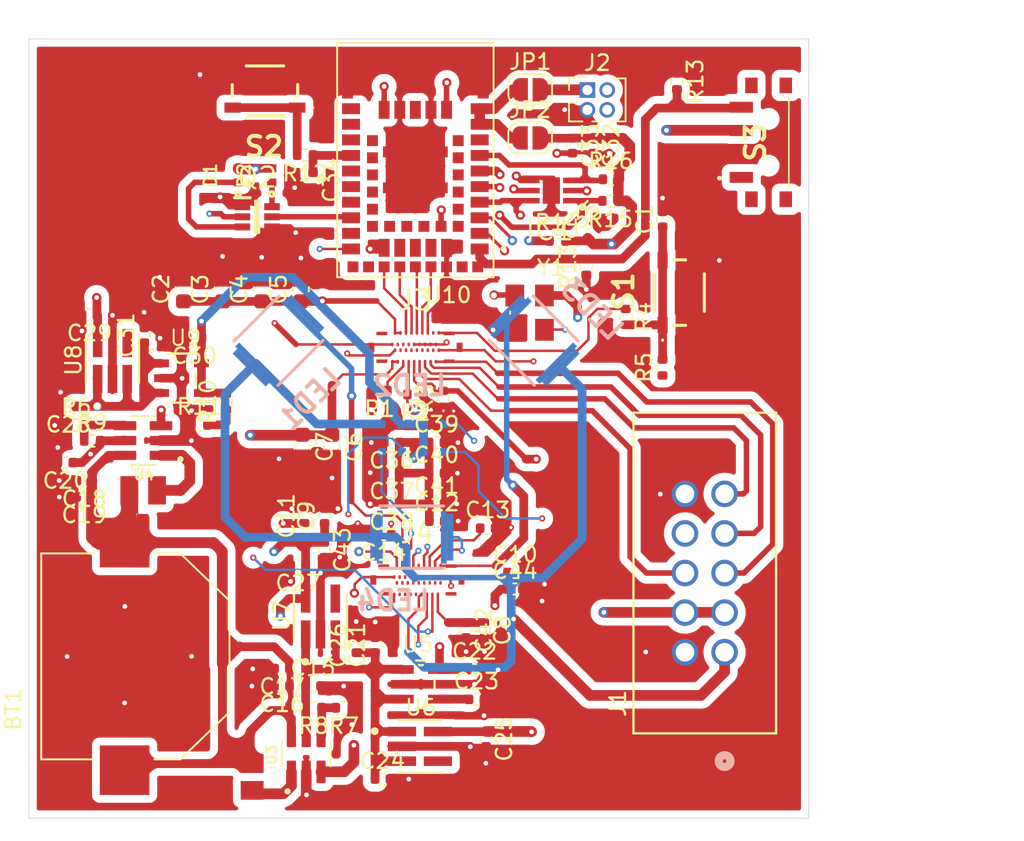
<source format=kicad_pcb>
(kicad_pcb (version 20241229) (generator "pcbnew") (generator_version "9.0")
  (layers (0 "F.Cu" signal) (4 "In1.Cu" signal) (6 "In2.Cu" signal) (8 "In3.Cu" signal) (10 "In4.Cu" signal) (2 "B.Cu" signal) (13 "F.Paste" user) (15 "B.Paste" user) (5 "F.SilkS" user "F.Silkscreen") (7 "B.SilkS" user "B.Silkscreen") (1 "F.Mask" user) (3 "B.Mask" user) (25 "Edge.Cuts" user))
  (net 0 "")
  (net 1 "+BATT")
  (net 2 "GND")
  (net 3 "Net-(C1-Pad1)")
  (net 4 "1V5")
  (net 5 "1V8")
  (net 6 "AVDD")
  (net 7 "DVDD")
  (net 8 "VLED")
  (net 9 "AVDD3")
  (net 10 "IOVDD")
  (net 11 "/PMU/2V")
  (net 12 "/PMU/3V6")
  (net 13 "Net-(U5-NR{slash}FB)")
  (net 14 "Net-(U10-~{RESET})")
  (net 15 "VREF1")
  (net 16 "VREF2")
  (net 17 "/SDA")
  (net 19 "/ALERT")
  (net 20 "/SCL")
  (net 21 "VJTAG")
  (net 22 "TCK")
  (net 23 "Net-(J1-Pad3)")
  (net 24 "TMS")
  (net 25 "VPUMP")
  (net 26 "3V3_PROG")
  (net 27 "TDI")
  (net 28 "TRST")
  (net 29 "Net-(JP1-A)")
  (net 30 "/SWDIO")
  (net 31 "/SWDCLK")
  (net 33 "Net-(U3-SW)")
  (net 34 "Net-(U4-SW)")
  (net 36 "FPGA_LED")
  (net 38 "Net-(U4-FB)")
  (net 39 "Net-(U3-FB)")
  (net 40 "Net-(R10-Pad1)")
  (net 41 "Net-(R12-Pad2)")
  (net 48 "FLASH_FREEZE")
  (net 49 "MCU_TO_FPGA_CS")
  (net 51 "FPGA_TO_MCU_MISO")
  (net 54 "IN2")
  (net 55 "VC1")
  (net 56 "LED2A")
  (net 57 "IN1")
  (net 58 "LED1B")
  (net 59 "LED1A")
  (net 60 "IN3")
  (net 61 "IN4")
  (net 62 "/MCU_LED")
  (net 63 "TDO")
  (net 64 "!RESET")
  (net 65 "VCCIB0")
  (net 66 "/FLASH_FREEZE_PIN")
  (net 67 "CLOCK_PIN")
  (net 68 "MCU_TO_FPGA_MOSI")
  (net 69 "MCU_TO_FPGA_SCLK")
  (net 70 "CTRL_BOOST")
  (net 71 "CTRL_BOOST2")
  (net 104 "MCU_XO_FPGA")
  (net 107 "Net-(Q2-D2)")
  (net 108 "Net-(Q2-D1)")
  (footprint "wearable:LED_SML-P11UTT86R" (layer "F.Cu") (at 139.6873 73.279 90)
    (property "Reference" "D2")
    (property "Value" "SML-P11UTT86R")
  )
  (footprint "Capacitor_SMD:C_0402_1005Metric" (layer "F.Cu") (at 147.3861 92.38436 180)
    (property "Reference" "C37")
    (property "Value" "100n(5%)")
  )
  (footprint "wearable:INDC2016X180N_6_8uH" (layer "F.Cu") (at 131.445 93.48724)
    (property "Reference" "L2")
    (property "Value" "LBM2016T6R8J")
  )
  (footprint "Capacitor_SMD:C_0603_1608Metric" (layer "F.Cu") (at 143.54604 90.70624 -90)
    (property "Reference" "C6")
    (property "Value" "100n")
  )
  (footprint "Capacitor_SMD:C_0603_1608Metric" (layer "F.Cu") (at 136.53722 80.58912 90)
    (property "Reference" "C3")
    (property "Value" "10n")
  )
  (footprint "wearable:XCVR_NINA-B306-00B" (layer "F.Cu") (at 148.89836 72.30072 180)
    (property "Reference" "U10")
    (property "Value" "NINA-B306-00B")
  )
  (footprint "Capacitor_SMD:C_0402_1005Metric" (layer "F.Cu") (at 155.29433 98.75901)
    (property "Reference" "C10")
    (property "Value" "10u")
  )
  (footprint "Capacitor_SMD:C_0402_1005Metric" (layer "F.Cu") (at 150.2561 94.35436)
    (property "Reference" "C41")
    (property "Value" "100n(5%)")
  )
  (footprint "Capacitor_SMD:C_0402_1005Metric" (layer "F.Cu") (at 142.3416 106.04754)
    (property "Reference" "C15")
    (property "Value" "220n(5%)")
  )
  (footprint "Capacitor_SMD:C_0402_1005Metric" (layer "F.Cu") (at 150.27388 95.46792)
    (property "Reference" "C12")
    (property "Value" "10u")
  )
  (footprint "Resistor_SMD:R_0402_1005Metric" (layer "F.Cu") (at 142.37208 107.43184 180)
    (property "Reference" "R8")
    (property "Value" "540k(1%)")
  )
  (footprint "Capacitor_SMD:C_0402_1005Metric" (layer "F.Cu") (at 152.81656 106.89844)
    (property "Reference" "C23")
    (property "Value" "100n(5%)")
  )
  (footprint "Capacitor_SMD:C_0402_1005Metric" (layer "F.Cu") (at 153.53538 95.91548)
    (property "Reference" "C13")
    (property "Value" "1u")
  )
  (footprint "Resistor_SMD:R_0402_1005Metric" (layer "F.Cu") (at 127.1631 89.30132)
    (property "Reference" "R6")
    (property "Value" "162k(1%)")
  )
  (footprint "Resistor_SMD:R_0402_1005Metric" (layer "F.Cu") (at 164.74948 85.60562 90)
    (property "Reference" "R5")
    (property "Value" "10k")
  )
  (footprint "Capacitor_SMD:C_0402_1005Metric" (layer "F.Cu") (at 155.28671 99.81819)
    (property "Reference" "C44")
    (property "Value" "100n(5%)")
  )
  (footprint "Resistor_SMD:R_0402_1005Metric" (layer "F.Cu") (at 148.89988 87.33282 180)
    (property "Reference" "R2")
    (property "Value" "1k")
  )
  (footprint "Capacitor_SMD:C_0603_1608Metric" (layer "F.Cu") (at 139.04722 80.58912 90)
    (property "Reference" "C4")
    (property "Value" "100n")
  )
  (footprint "wearable:SOT95P280X110-6N" (layer "F.Cu") (at 131.43554 90.29188 180)
    (property "Reference" "U4")
    (property "Value" "TPS61071DDCR")
  )
  (footprint "Resistor_SMD:R_0402_1005Metric" (layer "F.Cu") (at 150.67788 87.6173 90)
    (property "Reference" "R3")
    (property "Value" "1k")
  )
  (footprint "Capacitor_SMD:C_0402_1005Metric" (layer "F.Cu") (at 145.11782 103.42372 90)
    (property "Reference" "C26")
    (property "Value" "1u(5%)")
  )
  (footprint "Capacitor_SMD:C_0402_1005Metric" (layer "F.Cu") (at 131.52374 83.53806 90)
    (property "Reference" "C31")
    (property "Value" "2.2u(5%)")
  )
  (footprint "wearable:DBV0005A-IPC_A" (layer "F.Cu") (at 149.19452 109.91342)
    (property "Reference" "U6")
    (property "Value" "TPS7A2018PDBVR" (hide yes))
  )
  (footprint "wearable:2033890363" (layer "F.Cu") (at 148.9085 84.31176)
    (property "Reference" "J3")
    (property "Value" "203389-0363" (hide yes))
  )
  (footprint "wearable:BAT_2996" (layer "F.Cu") (at 130.25606 104.14254 90)
    (property "Reference" "BT1")
    (property "Value" "2996")
  )
  (footprint "Resistor_SMD:R_0402_1005Metric" (layer "F.Cu") (at 146.60372 87.09152 180)
    (property "Reference" "R1")
    (property "Value" "39R")
  )
  (footprint "Resistor_SMD:R_0402_1005Metric" (layer "F.Cu") (at 141.82906 71.97598 180)
    (property "Reference" "R12")
    (property "Value" "0R(1%)")
  )
  (footprint "Capacitor_SMD:C_0402_1005Metric" (layer "F.Cu") (at 147.3861 90.41436 180)
    (property "Reference" "C36")
    (property "Value" "10u(5%)")
  )
  (footprint "Capacitor_SMD:C_0402_1005Metric" (layer "F.Cu") (at 160.30448 71.36892 -90)
    (property "Reference" "C32")
    (property "Value" "100n(5%)")
  )
  (footprint "wearable:SOT95P280X110-6N" (layer "F.Cu") (at 141.90218 110.39532 90)
    (property "Reference" "U3")
    (property "Value" "TPS61071DDCR")
  )
  (footprint "Resistor_SMD:R_0402_1005Metric" (layer "F.Cu") (at 165.67404 67.25412 -90)
    (property "Reference" "R13")
    (property "Value" "750k(1%)")
  )
  (footprint "Jumper:SolderJumper-2_P1.3mm_Open_RoundedPad1.0x1.5mm" (layer "F.Cu") (at 156.26588 67.78752)
    (property "Reference" "JP1")
    (property "Value" "SolderJumper_2_Open")
  )
  (footprint "Capacitor_SMD:C_0402_1005Metric" (layer "F.Cu") (at 146.79422 112.00892)
    (property "Reference" "C24")
    (property "Value" "1u(5%)")
  )
  (footprint "Capacitor_SMD:C_0402_1005Metric" (layer "F.Cu") (at 158.96844 71.37654 -90)
    (property "Reference" "C33")
    (property "Value" "100n(5%)")
  )
  (footprint "Capacitor_SMD:C_0402_1005Metric" (layer "F.Cu") (at 153.4287 109.43844 -90)
    (property "Reference" "C25")
    (property "Value" "1u(5%)")
  )
  (footprint "Resistor_SMD:R_0402_1005Metric" (layer "F.Cu") (at 158.0134 77.48016)
    (property "Reference" "R14")
    (property "Value" "5k1(1%)")
  )
  (footprint "Capacitor_SMD:C_0402_1005Metric" (layer "F.Cu") (at 146.3167 103.41864 90)
    (property "Reference" "C21")
    (property "Value" "100n(5%)")
  )
  (footprint "Capacitor_SMD:C_0402_1005Metric" (layer "F.Cu") (at 141.37894 98.28022 180)
    (property "Reference" "C27")
    (property "Value" "1u(5%)")
  )
  (footprint "Capacitor_SMD:C_0402_1005Metric" (layer "F.Cu") (at 152.6921 104.98836)
    (property "Reference" "C22")
    (property "Value" "100n(5%)")
  )
  (footprint "Capacitor_SMD:C_0402_1005Metric" (layer "F.Cu") (at 141.7955 95.12935 90)
    (property "Reference" "C11")
    (property "Value" "10u")
  )
  (footprint "Capacitor_SMD:C_0402_1005Metric" (layer "F.Cu") (at 126.64694 88.10244 180)
    (property "Reference" "C28")
    (property "Value" "100n(5%)")
  )
  (footprint "wearable:INDC2012X145N" (layer "F.Cu") (at 138.43508 111.87684 -90)
    (property "Reference" "L1")
    (property "Value" "MLZ2012M100HT000")
  )
  (footprint "wearable:DBV5" (layer "F.Cu") (at 149.25294 105.9307)
    (property "Reference" "U5")
    (property "Value" "TPS73215MDBVREP" (hide yes))
  )
  (footprint "Capacitor_SMD:C_0402_1005Metric" (layer "F.Cu") (at 152.14346 102.45084 -90)
    (property "Reference" "C42")
    (property "Value" "100n(5%)")
  )
  (footprint "Resistor_SMD:R_0402_1005Metric" (layer "F.Cu") (at 161.40176 74.9173 180)
    (property "Reference" "R15")
    (property "Value" "5k1(1%)")
  )
  (footprint "Capacitor_SMD:C_0402_1005Metric" (layer "F.Cu") (at 128.0033 82.24012 180)
    (property "Reference" "C29")
    (property "Value" "1u(5%)")
  )
  (footprint "Capacitor_SMD:C_0402_1005Metric" (layer "F.Cu") (at 160.29178 76.98232 45)
    (property "Reference" "C35")
    (property "Value" "100n(5%)")
  )
  (footprint "Connector_PinHeader_1.27mm:PinHeader_2x02_P1.27mm_Vertical" (layer "F.Cu") (at 159.92856 67.8053)
    (property "Reference" "J2")
    (property "Value" "Conn_02x02_Counter_Clockwise")
  )
  (footprint "Capacitor_SMD:C_0402_1005Metric" (layer "F.Cu") (at 140.35018 106.03484 180)
    (property "Reference" "C16")
    (property "Value" "10u(5%)")
  )
  (footprint "Capacitor_SMD:C_0402_1005Metric" (layer "F.Cu") (at 140.3477 104.92232 180)
    (property "Reference" "C17")
    (property "Value" "100n(5%)")
  )
  (footprint "wearable:SOT65P210X110-6N" (layer "F.Cu") (at 138.75508 75.93838)
    (property "Reference" "Q2")
    (property "Value" "NX6008NBKSX" (hide yes))
  )
  (footprint "wearable:2033890363" (layer "F.Cu") (at 149.02788 99.2388)
    (property "Reference" "J4")
    (property "Value" "203389-0363" (hide yes))
  )
  (footprint "Capacitor_SMD:C_0402_1005Metric" (layer "F.Cu") (at 142.33906 73.58692 -90)
    (property "Reference" "C34")
    (property "Value" "3.9p(5%)")
  )
  (footprint "Capacitor_SMD:C_0402_1005Metric" (layer "F.Cu") (at 134.73684 83.69808 180)
    (property "Reference" "C30")
    (property "Value" "1u(5%)")
  )
  (footprint "Capacitor_SMD:C_0603_1608Metric" (layer "F.Cu") (at 134.02722 80.58912 90)
    (property "Reference" "C2")
    (property "Value" "100n")
  )
  (footprint "wearable:PCM12SMTR" (layer "F.Cu") (at 171.54924 71.15812 90)
    (property "Reference" "S3")
    (property "Value" "PCM12SMTR" (hide yes))
  )
  (footprint "Capacitor_SMD:C_0603_1608Metric" (layer "F.Cu") (at 141.55722 80.58912 90)
    (property "Reference" "C5")
    (property "Value" "10n")
  )
  (footprint "Capacitor_SMD:C_0402_1005Metric" (layer "F.Cu") (at 143.06296 97.30359 -90)
    (property "Reference" "C43")
    (property "Value" "100n(5%)")
  )
  (footprint "wearable:SKRPABE010" (layer "F.Cu") (at 165.82702 80.79976 90)
    (property "Reference" "S1")
    (property "Value" "SKRPABE010" (hide yes))
  )
  (footprint "Resistor_SMD:R_0402_1005Metric" (layer "F.Cu") (at 135.0518 89.28608)
    (property "Reference" "R11")
    (property "Value" "1Meg(1%)")
  )
  (footprint "Capacitor_SMD:C_0603_1608Metric" (layer "F.Cu") (at 141.6558 90.69578 -90)
    (property "Reference" "C7")
    (property "Value" "10n")
  )
  (footprint "Jumper:SolderJumper-2_P1.3mm_Open_RoundedPad1.0x1.5mm" (layer "F.Cu") (at 156.2585 70.8787)
    (property "Reference" "JP2")
    (property "Value" "SolderJumper_2_Open")
  )
  (footprint "wearable:DBV0005A-IPC_A" (layer "F.Cu") (at 142.81404 101.58222 90)
    (property "Reference" "U7")
    (property "Value" "TPS7A2018PDBVR" (hide yes))
  )
  (footprint "Resistor_SMD:R_0402_1005Metric" (layer "F.Cu") (at 159.85998 79.15656 90)
    (property "Reference" "R13")
    (property "Value" "500k(1%)")
  )
  (footprint "Capacitor_SMD:C_0402_1005Metric" (layer "F.Cu") (at 127.67564 92.87002 180)
    (property "Reference" "C18")
    (property "Value" "10u(5%)")
  )
  (footprint "Resistor_SMD:R_0402_1005Metric" (layer "F.Cu") (at 136.76376 87.80272 90)
    (property "Reference" "R10")
    (property "Value" "TBD")
  )
  (footprint "wearable:SKRPABE010" (layer "F.Cu") (at 139.25568 67.85806 180)
    (property "Reference" "S2")
    (property "Value" "SKRPABE010" (hide yes))
  )
  (footprint "Capacitor_SMD:C_0402_1005Metric" (layer "F.Cu") (at 127.65786 93.91396 180)
    (property "Reference" "C19")
    (property "Value" "100n(5%)")
  )
  (footprint "Capacitor_SMD:C_0402_1005Metric" (layer "F.Cu") (at 147.3861 94.35436 180)
    (property "Reference" "C38")
    (property "Value" "10u(5%)")
  )
  (footprint "Capacitor_SMD:C_0402_1005Metric" (layer "F.Cu") (at 153.32202 102.46862 -90)
    (property "Reference" "C8")
    (property "Value" "10u(5%)")
  )
  (footprint "Capacitor_SMD:C_0402_1005Metric" (layer "F.Cu") (at 150.2561 90.41436)
    (property "Reference" "C39")
    (property "Value" "100n(5%)")
  )
  (footprint "Resistor_SMD:R_0402_1005Metric" (layer "F.Cu") (at 161.43478 73.533)
    (property "Reference" "R16")
    (property "Value" "5k1(1%)")
  )
  (footprint "Capacitor_SMD:C_0402_1005Metric" (layer "F.Cu") (at 146.87556 96.3295 180)
    (property "Reference" "C14")
    (property "Value" "1u")
  )
  (footprint "wearable:CONN_7024610xx_MOL" (layer "F.Cu") (at 168.72712 103.8733 90)
    (property "Reference" "J1")
    (property "Value" "702461001" (hide yes))
  )
  (footprint "wearable:DBV0005A-IPC_A" (layer "F.Cu") (at 129.476459 85.188923 90)
    (property "Reference" "U8")
    (property "Value" "TPS7A2033PDBVR" (hide yes))
  )
  (footprint "wearable:OSC_SIT9003AC-23-18EB-24.000000T" (layer "F.Cu") (at 156.22524 82.08772)
    (property "Reference" "Y1")
    (property "Value" "SIT9003AC-23-18EB-24.000000T")
  )
  (footprint "Resistor_SMD:R_0402_1005Metric" (layer "F.Cu") (at 128.17656 90.30716)
    (property "Reference" "R9")
    (property "Value" "1Meg(1%)")
  )
  (footprint "Resistor_SMD:R_0402_1005Metric" (layer "F.Cu") (at 162.38728 82.3595 -90)
    (property "Reference" "R4")
    (property "Value" "0R")
  )
  (footprint "Resistor_SMD:R_0402_1005Metric" (layer "F.Cu") (at 144.31264 107.43692 180)
    (property "Reference" "R7")
    (property "Value" "180k(1%)")
  )
  (footprint "Capacitor_SMD:C_0402_1005Metric" (layer "F.Cu") (at 126.4565 91.7067 180)
    (property "Reference" "C20")
    (property "Value" "2.2u(5%)")
  )
  (footprint "wearable:SON65P200X200X80-7N" (layer "F.Cu") (at 157.6197 74.25436 180)
    (property "Reference" "IC1")
    (property "Value" "TMP117AIDRVR" (hide yes))
  )
  (footprint "Capacitor_SMD:C_0402_1005Metric" (layer "F.Cu") (at 143.08074 95.12935 90)
    (property "Reference" "C9")
    (property "Value" "10u")
  )
  (footprint "Capacitor_SMD:C_0402_1005Metric" (layer "F.Cu") (at 164.75456 76.09586 90)
    (property "Reference" "C1")
    (property "Value" "10u")
  )
  (footprint "wearable:LED_SML-P11UTT86R" (layer "F.Cu") (at 137.5373 73.279 90)
    (property "Reference" "D1")
    (property "Value" "SML-P11UTT86R")
  )
  (footprint "Capacitor_SMD:C_0402_1005Metric" (layer "F.Cu") (at 150.2561 92.38436)
    (property "Reference" "C40")
    (property "Value" "10u(5%)")
  )
  (footprint "wearable:UJ_5_ADI" (layer "F.Cu") (at 133.90372 86.29142)
    (property "Reference" "U9")
    (property "Value" "ADP7118AUJZ-R7" (hide yes))
  )
  (footprint "wearable:SFH2202" (layer "B.Cu") (at 140.1244 83.88772 45)
    (property "Reference" "LED1")
    (property "Value" "SFH_2202" (hide yes))
  )
  (footprint "wearable:SFH2202" (layer "B.Cu") (at 148.67128 96.49206)
    (property "Reference" "LED4")
    (property "Value" "SFH_2202" (hide yes))
  )
  (footprint "wearable:SFH2202" (layer "B.Cu") (at 156.486728 83.880828 135)
    (property "Reference" "LED3")
    (property "Value" "SFH_2202" (hide yes))
  )
  (footprint "wearable:SFH7050A" (layer "B.Cu") (at 148.7361 90.13274 180)
    (property "Reference" "LED2")
    (property "Value" "SFH_7050A" (hide yes))
  )
  (gr_rect (start 124.12472 64.52362) (end 174.12472 114.52362) (stroke (width 0.05)) (fill no) (layer "Edge.Cuts"))
  (segment (start 130.28054 91.24188) (end 129.21742 91.24188) (width 0.5588) (layer "F.Cu") (net 1))
  (segment (start 137.6553 103.48722) (end 137.37844 103.48722) (width 0.5588) (layer "F.Cu") (net 1))
  (segment (start 140.95218 108.12522) (end 140.43914 107.61218) (width 0.5588) (layer "F.Cu") (net 1))
  (segment (start 137.11809 111.01197) (end 137.1092 111.02086) (width 0.5588) (layer "F.Cu") (net 1))
  (segment (start 128.43252 96.84254) (end 130.25606 96.84254) (width 0.6858) (layer "F.Cu") (net 1))
  (segment (start 139.64666 107.61218) (end 138.31316 108.94568) (width 0.5588) (layer "F.Cu") (net 1))
  (segment (start 130.67774 111.02086) (end 130.25606 111.44254) (width 0.5588) (layer "F.Cu") (net 1))
  (segment (start 135.5979 111.02086) (end 130.67774 111.02086) (width 0.5588) (layer "F.Cu") (net 1))
  (segment (start 136.51992 97.39884) (end 136.51992 102.6287) (width 0.6858) (layer "F.Cu") (net 1))
  (segment (start 140.43914 107.61218) (end 139.64666 107.61218) (width 0.5588) (layer "F.Cu") (net 1))
  (segment (start 130.25606 96.84254) (end 135.96362 96.84254) (width 0.6858) (layer "F.Cu") (net 1))
  (segment (start 138.43106 111.02086) (end 138.43508 111.01684) (width 0.5588) (layer "F.Cu") (net 1))
  (segment (start 137.68832 103.52024) (end 137.6553 103.48722) (width 0.5588) (layer "F.Cu") (net 1))
  (segment (start 137.0457 104.09682) (end 136.52754 104.61498) (width 0.5588) (layer "F.Cu") (net 1))
  (segment (start 128.1303 92.329) (end 128.15564 92.35434) (width 0.5588) (layer "F.Cu") (net 1))
  (segment (start 136.51992 102.6287) (end 136.51992 104.60736) (width 0.6858) (layer "F.Cu") (net 1))
  (segment (start 140.95218 109.24032) (end 140.95218 108.12522) (width 0.5588) (layer "F.Cu") (net 1))
  (segment (start 128.15564 92.35434) (end 128.15564 92.87002) (width 0.5588) (layer "F.Cu") (net 1))
  (segment (start 137.1092 111.02086) (end 135.5979 111.02086) (width 0.5588) (layer "F.Cu") (net 1))
  (segment (start 138.31316 108.94568) (end 138.31316 110.89492) (width 0.5588) (layer "F.Cu") (net 1))
  (segment (start 137.37844 103.48722) (end 137.04951 103.15829) (width 0.5588) (layer "F.Cu") (net 1))
  (segment (start 140.8277 104.50824) (end 139.8397 103.52024) (width 0.5588) (layer "F.Cu") (net 1))
  (segment (start 137.1092 111.02086) (end 138.43106 111.02086) (width 0.5588) (layer "F.Cu") (net 1))
  (segment (start 128.13786 93.91396) (end 128.13786 96.54788) (width 0.6858) (layer "F.Cu") (net 1))
  (segment (start 137.04951 104.09301) (end 137.04951 103.15829) (width 0.5588) (layer "F.Cu") (net 1))
  (segment (start 128.13786 93.91396) (end 128.13786 92.8878) (width 0.6858) (layer "F.Cu") (net 1))
  (segment (start 137.04951 103.15829) (end 136.51992 102.6287) (width 0.5588) (layer "F.Cu") (net 1))
  (segment (start 136.52754 104.61498) (end 136.52754 110.42142) (width 0.5588) (layer "F.Cu") (net 1))
  (segment (start 136.51992 104.60736) (end 136.52754 104.61498) (width 0.6858) (layer "F.Cu") (net 1))
  (segment (start 139.8397 103.52024) (end 137.68832 103.52024) (width 0.5588) (layer "F.Cu") (net 1))
  (segment (start 136.52754 110.42142) (end 137.11809 111.01197) (width 0.5588) (layer "F.Cu") (net 1))
  (segment (start 135.96362 96.84254) (end 136.51992 97.39884) (width 0.6858) (layer "F.Cu") (net 1))
  (segment (start 140.8277 104.92232) (end 140.8277 104.50824) (width 0.5588) (layer "F.Cu") (net 1))
  (segment (start 138.31316 110.89492) (end 138.43508 111.01684) (width 0.5588) (layer "F.Cu") (net 1))
  (segment (start 135.9281 111.02086) (end 136.52754 110.42142) (width 0.5588) (layer "F.Cu") (net 1))
  (segment (start 129.21742 91.24188) (end 128.1303 92.329) (width 0.5588) (layer "F.Cu") (net 1))
  (segment (start 128.13786 96.54788) (end 128.43252 96.84254) (width 0.6858) (layer "F.Cu") (net 1))
  (segment (start 137.6553 103.48722) (end 137.0457 104.09682) (width 0.5588) (layer "F.Cu") (net 1))
  (segment (start 135.5979 111.02086) (end 135.9281 111.02086) (width 0.5588) (layer "F.Cu") (net 1))
  (segment (start 128.13786 92.8878) (end 128.15564 92.87002) (width 0.6858) (layer "F.Cu") (net 1))
  (segment (start 137.0457 104.09682) (end 137.04951 104.09301) (width 0.5588) (layer "F.Cu") (net 1))
  (segment (start 138.34766 110.92942) (end 138.43508 111.01684) (width 0.6858) (layer "F.Cu") (net 1))
  (segment (start 137.80508 75.28838) (end 137.00276 75.28838) (width 0.3556) (layer "F.Cu") (net 2))
  (segment (start 126.16694 87.20842) (end 126.15418 87.19566) (width 0.5588) (layer "F.Cu") (net 2))
  (segment (start 140.16258 91.47078) (end 140.1572 91.4654) (width 0.5588) (layer "F.Cu") (net 2))
  (segment (start 168.37914 78.72476) (end 168.39184 78.73746) (width 0.5588) (layer "F.Cu") (net 2))
  (segment (start 166.18712 93.7133) (end 164.62248 93.7133) (width 0.6858) (layer "F.Cu") (net 2))
  (segment (start 141.90218 112.99882) (end 141.92504 113.02168) (width 0.6858) (layer "F.Cu") (net 2))
  (segment (start 129.476459 82.257941) (end 129.4765 82.2579) (width 0.5588) (layer "F.Cu") (net 2))
  (segment (start 151.55294 94.35436) (end 151.55398 94.3554) (width 0.3556) (layer "F.Cu") (net 2))
  (segment (start 154.98826 95.91548) (end 155.0289 95.87484) (width 0.3556) (layer "F.Cu") (net 2))
  (segment (start 146.07428 77.92572) (end 146 78) (width 0.3556) (layer "F.Cu") (net 2))
  (segment (start 149.39972 87.34298) (end 149.40988 87.33282) (width 0.3556) (layer "F.Cu") (net 2))
  (segment (start 143.06296 97.78359) (end 144.04473 97.78359) (width 0.5588) (layer "F.Cu") (net 2))
  (segment (start 159.85998 79.66656) (end 159.85998 80.60182) (width 0.5588) (layer "F.Cu") (net 2))
  (segment (start 161.30518 71.84892) (end 161.32048 71.86422) (width 0.3556) (layer "F.Cu") (net 2))
  (segment (start 154.10292 73.00072) (end 154.32278 73.22058) (width 0.5588) (layer "F.Cu") (net 2))
  (segment (start 166.90202 78.72476) (end 168.37914 78.72476) (width 0.5588) (layer "F.Cu") (net 2))
  (segment (start 142.8216 106.04754) (end 144.30248 106.04754) (width 0.5588) (layer "F.Cu") (net 2))
  (segment (start 127.19564 92.87002) (end 126.0729 92.87002) (width 0.5588) (layer "F.Cu") (net 2))
  (segment (start 158.96844 71.85654) (end 157.98552 71.85654) (width 0.3556) (layer "F.Cu") (net 2))
  (segment (start 141.15998 74.06692) (end 141.15796 74.06894) (width 0.5588) (layer "F.Cu") (net 2))
  (segment (start 146.9061 92.38436) (end 146.03456 92.38436) (width 0.3556) (layer "F.Cu") (net 2))
  (segment (start 156.39669 98.75901) (end 155.77433 98.75901) (width 0.5588) (layer "F.Cu") (net 2))
  (segment (start 160.631191 76.642909) (end 161.28238 75.99172) (width 0.5588) (layer "F.Cu") (net 2))
  (segment (start 137.18068 66.78306) (end 141.33068 66.78306) (width 0.5588) (layer "F.Cu") (net 2))
  (segment (start 142.81404 102.732703) (end 142.81404 98.80092) (width 0.5588) (layer "F.Cu") (net 2))
  (segment (start 150.89886 84.02066) (end 150.89886 83.99526) (width 0.16002) (layer "F.Cu") (net 2))
  (segment (start 133.93166 86.29142) (end 133.94182 86.30158) (width 0.5588) (layer "F.Cu") (net 2))
  (segment (start 132.5499 83.69808) (end 132.5245 83.72348) (width 0.5588) (layer "F.Cu") (net 2))
  (segment (start 164.75456 75.61586) (end 164.75456 74.74712) (width 0.5588) (layer "F.Cu") (net 2))
  (segment (start 131.52374 83.05806) (end 131.52374 82.0801) (width 0.5588) (layer "F.Cu") (net 2))
  (segment (start 132.62592 86.29142) (end 133.93166 86.29142) (width 0.5588) (layer "F.Cu") (net 2))
  (segment (start 147.27422 112.00892) (end 148.47062 112.00892) (width 0.5588) (layer "F.Cu") (net 2))
  (segment (start 153.1721 104.98836) (end 154.18816 104.98836) (width 0.5588) (layer "F.Cu") (net 2))
  (segment (start 141.90218 111.55032) (end 141.90218 112.99882) (width 0.6858) (layer "F.Cu") (net 2))
  (segment (start 153.8908 83.18772) (end 153.87828 83.20024) (width 0.5588) (layer "F.Cu") (net 2))
  (segment (start 151.61852 90.41436) (end 151.63018 90.42602) (width 0.3556) (layer "F.Cu") (net 2))
  (segment (start 154.01538 95.91548) (end 154.98826 95.91548) (width 0.3556) (layer "F.Cu") (net 2))
  (segment (start 139.70508 76.58838) (end 140.86562 76.58838) (width 0.3556) (layer "F.Cu") (net 2))
  (segment (start 130.25606 104.14254) (end 126.57582 104.14254) (width 0.6858) (layer "F.Cu") (net 2))
  (segment (start 146.03456 92.38436) (end 146.00662 92.35642) (width 0.3556) (layer "F.Cu") (net 2))
  (segment (start 130.25606 104.14254) (end 130.25606 100.94236) (width 0.6858) (layer "F.Cu") (net 2))
  (segment (start 156.29509 99.81819) (end 157.02153 100.54463) (width 0.5588) (layer "F.Cu") (net 2))
  (segment (start 152.68448 105.9307) (end 152.68702 105.93324) (width 0.5588) (layer "F.Cu") (net 2))
  (segment (start 146.07924 90.41436) (end 146.07266 90.42094) (width 0.3556) (layer "F.Cu") (net 2))
  (segment (start 151.15794 99.22002) (end 151.15794 99.58578) (width 0.16002) (layer "F.Cu") (net 2))
  (segment (start 152.14346 102.93084) (end 152.14346 103.82498) (width 0.5588) (layer "F.Cu") (net 2))
  (segment (start 134.5418 88.37876) (end 134.54634 88.37422) (width 0.5588) (layer "F.Cu") (net 2))
  (segment (start 141.7955 94.64935) (end 140.98645 94.64935) (width 0.5588) (layer "F.Cu") (net 2))
  (segment (start 127.17786 93.91396) (end 126.06782 93.91396) (width 0.5588) (layer "F.Cu") (net 2))
  (segment (start 138.48588 104.92232) (end 138.4681 104.9401) (width 0.5588) (layer "F.Cu") (net 2))
  (segment (start 153.29656 107.93724) (end 153.3017 107.94238) (width 0.5588) (layer "F.Cu") (net 2))
  (segment (start 164.62248 93.7133) (end 164.60724 93.72854) (width 0.6858) (layer "F.Cu") (net 2))
  (segment (start 134.5418 89.28608) (end 134.5418 88.37876) (width 0.5588) (layer "F.Cu") (net 2))
  (segment (start 146.89836 77.92572) (end 146.07428 77.92572) (width 0.3556) (layer "F.Cu") (net 2))
  (segment (start 137.18068 66.78306) (end 135.12408 66.78306) (width 0.5588) (layer "F.Cu") (net 2))
  (segment (start 164.75456 74.74712) (end 164.7444 74.73696) (width 0.5588) (layer "F.Cu") (net 2))
  (segment (start 158.6697 74.25436) (end 159.87014 74.25436) (width 0.3556) (layer "F.Cu") (net 2))
  (segment (start 150.7361 90.41436) (end 151.61852 90.41436) (width 0.3556) (layer "F.Cu") (net 2))
  (segment (start 151.62764 95.46792) (end 151.64034 95.45522) (width 0.5588) (layer "F.Cu") (net 2))
  (segment (start 126.16694 88.10244) (end 126.16694 87.20842) (width 0.5588) (layer "F.Cu") (net 2))
  (segment (start 154.18816 104.98836) (end 154.20086 105.00106) (width 0.5588) (layer "F.Cu") (net 2))
  (segment (start 149.39972 87.7844) (end 149.39972 87.34298) (width 0.3556) (layer "F.Cu") (net 2))
  (segment (start 149.29088 99.0538) (end 150.34088 99.0538) (width 0.16002) (layer "F.Cu") (net 2))
  (segment (start 157.15869 99.52101) (end 156.39669 98.75901) (width 0.5588) (layer "F.Cu") (net 2))
  (segment (start 149.6965 83.38676) (end 149.6965 82.12168) (width 0.16002) (layer "F.Cu") (net 2))
  (segment (start 130.25606 107.1319) (end 130.25628 107.13212) (width 0.6858) (layer "F.Cu") (net 2))
  (segment (start 145.11782 102.94372) (end 145.11782 101.90734) (width 0.5588) (layer "F.Cu") (net 2))
  (segment (start 125.9765 91.7067) (end 125.9765 90.74416) (width 0.5588) (layer "F.Cu") (net 2))
  (segment (start 152.39746 109.91342) (end 152.42032 109.93628) (width 0.5588) (layer "F.Cu") (net 2))
  (segment (start 144.04473 97.78359) (end 144.05356 97.77476) (width 0.5588) (layer "F.Cu") (net 2))
  (segment (start 126.6531 89.30132) (end 125.79096 89.30132) (width 0.5588) (layer "F.Cu") (net 2))
  (segment (start 166.90202 78.72476) (end 166.90202 82.87476) (width 0.5588) (layer "F.Cu") (net 2))
  (segment (start 146.9061 90.41436) (end 146.07924 90.41436) (width 0.3556) (layer "F.Cu") (net 2))
  (segment (start 160.30448 71.84892) (end 161.30518 71.84892) (width 0.3556) (layer "F.Cu") (net 2))
  (segment (start 153.02336 73.00072) (end 154.10292 73.00072) (width 0.5588) (layer "F.Cu") (net 2))
  (segment (start 150.79276 84.12676) (end 150.80996 84.10956) (width 0.16002) (layer "F.Cu") (net 2))
  (segment (start 146.9061 94.35436) (end 146.00812 94.35436) (width 0.3556) (layer "F.Cu") (net 2))
  (segment (start 139.8677 104.92232) (end 138.48588 104.92232) (width 0.5588) (layer "F.Cu") (net 2))
  (segment (start 150.89836 80.91982) (end 150.89836 79.15072) (width 0.16002) (layer "F.Cu") (net 2))
  (segment (start 155.76671 99.81819) (end 156.29509 99.81819) (width 0.5588) (layer "F.Cu") (net 2))
  (segment (start 142.81404 98.80092) (end 142.81658 98.79838) (width 0.5588) (layer "F.Cu") (net 2))
  (segment (start 153.32202 103.82244) (end 153.33218 103.8326) (width 0.5588) (layer "F.Cu") (net 2))
  (segment (start 126.57582 104.14254) (end 126.57074 104.14762) (width 0.6858) (layer "F.Cu") (net 2))
  (segment (start 125.9765 90.74416) (end 125.97384 90.7415) (width 0.5588) (layer "F.Cu") (net 2))
  (segment (start 150.75388 95.46792) (end 151.62764 95.46792) (width 0.5588) (layer "F.Cu") (net 2))
  (segment (start 149.39972 87.7844) (end 149.90826 88.29294) (width 0.3556) (layer "F.Cu") (net 2))
  (segment (start 153.43124 110.9853) (end 153.41854 110.998) (width 0.5588) (layer "F.Cu") (net 2))
  (segment (start 144.82264 107.43692) (end 144.82264 108.5068) (width 0.5588) (layer "F.Cu") (net 2))
  (segment (start 153.32202 102.94862) (end 153.32202 103.82244) (width 0.5588) (layer "F.Cu") (net 2))
  (segment (start 146.3167 101.94036) (end 146.32432 101.93274) (width 0.5588) (layer "F.Cu") (net 2))
  (segment (start 151.07866 88.1273) (end 151.35098 88.39962) (width 0.3556) (layer "F.Cu") (net 2))
  (segment (start 132.59054 90.29188) (end 134.5336 90.29188) (width 0.6858) (layer "F.Cu") (net 2))
  (segment (start 132.50418 79.81412) (end 134.02722 79.81412) (width 0.5588) (layer "F.Cu") (net 2))
  (segment (start 159.92094 69.06768) (end 158.47314 69.06768) (width 0.5588) (layer "F.Cu") (net 2))
  (segment (start 129.476459 86.339406) (end 129.476459 82.257941) (width 0.5588) (layer "F.Cu") (net 2))
  (segment (start 146.3167 102.93864) (end 146.3167 101.94036) (width 0.5588) (layer "F.Cu") (net 2))
  (segment (start 163.68776 103.8733) (end 163.67252 103.85806) (width 0.6858) (layer "F.Cu") (net 2))
  (segment (start 148.47062 112.00892) (end 148.4757 112.014) (width 0.5588) (layer "F.Cu") (net 2))
  (segment (start 157.02153 100.54463) (end 157.02153 100.58781) (width 0.5588) (layer "F.Cu") (net 2))
  (segment (start 153.43124 109.98702) (end 153.43124 110.9853) (width 0.5588) (layer "F.Cu") (net 2))
  (segment (start 125.79096 89.30132) (end 125.77318 89.3191) (width 0.5588) (layer "F.Cu") (net 2))
  (segment (start 166.18712 103.8733) (end 163.68776 103.8733) (width 0.6858) (layer "F.Cu") (net 2))
  (segment (start 150.80996 84.10956) (end 150.89886 84.02066) (width 0.16002) (layer "F.Cu") (net 2))
  (segment (start 136.53722 78.47536) (end 136.53722 79.81412) (width 0.5588) (layer "F.Cu") (net 2))
  (segment (start 144.82264 108.5068) (end 144.8181 108.51134) (width 0.5588) (layer "F.Cu") (net 2))
  (segment (start 140.98645 94.64935) (end 140.97762 94.65818) (width 0.5588) (layer "F.Cu") (net 2))
  (segment (start 134.5336 90.29188) (end 134.54126 90.29954) (width 0.6858) (layer "F.Cu") (net 2))
  (segment (start 161.28238 75.99172) (end 161.32048 75.99172) (width 0.5588) (layer "F.Cu") (net 2))
  (segment (start 127.5233 82.24012) (end 127.5233 83.26114) (width 0.5588) (layer "F.Cu") (net 2))
  (segment (start 127.5233 83.26114) (end 127.52324 83.2612) (width 0.5588) (layer "F.Cu") (net 2))
  (segment (start 141.55722 78.58204) (end 141.55722 79.81412) (width 0.5588) (layer "F.Cu") (net 2))
  (segment (start 157.98552 71.85654) (end 157.97784 71.86422) (width 0.3556) (layer "F.Cu") (net 2))
  (segment (start 146.00812 94.35436) (end 146.00662 94.35286) (width 0.3556) (layer "F.Cu") (net 2))
  (segment (start 135.12408 66.78306) (end 135.0899 66.81724) (width 0.5588) (layer "F.Cu") (net 2))
  (segment (start 137.00276 75.28838) (end 136.38022 74.66584) (width 0.3556) (layer "F.Cu") (net 2))
  (segment (start 139.87018 106.03484) (end 138.43254 106.03484) (width 0.5588) (layer "F.Cu") (net 2))
  (segment (start 151.15794 99.58578) (end 151.19096 99.6188) (width 0.16002) (layer "F.Cu") (net 2))
  (segment (start 143.54604 92.68254) (end 143.55826 92.69476) (width 0.5588) (layer "F.Cu") (net 2))
  (segment (start 150.7361 94.35436) (end 151.55294 94.35436) (width 0.3556) (layer "F.Cu") (net 2))
  (segment (start 150.67788 88.1273) (end 151.07866 88.1273) (width 0.3556) (layer "F.Cu") (net 2))
  (segment (start 134.25684 83.69808) (end 132.5499 83.69808) (width 0.5588) (layer "F.Cu") (net 2))
  (segment (start 145.11782 101.90734) (end 145.1102 101.89972) (width 0.5588) (layer "F.Cu") (net 2))
  (segment (start 148.8215 84.12676) (end 150.79276 84.12676) (width 0.16002) (layer "F.Cu") (net 2))
  (segment (start 150.99172 99.0538) (end 151.15794 99.22002) (width 0.16002) (layer "F.Cu") (net 2))
  (segment (start 134.54634 104.14254) (end 134.55396 104.13492) (width 0.6858) (layer "F.Cu") (net 2))
  (segment (start 143.91773 94.64935) (end 143.93164 94.66326) (width 0.5588) (layer "F.Cu") (net 2))
  (segment (start 143.08074 94.64935) (end 143.91773 94.64935) (width 0.5588) (layer "F.Cu") (net 2))
  (segment (start 143.54604 91.48124) (end 143.54604 92.68254) (width 0.5588) (layer "F.Cu") (net 2))
  (segment (start 139.04722 78.53172) (end 139.04722 79.81412) (width 0.5588) (layer "F.Cu") (net 2))
  (segment (start 150.7361 92.38436) (end 151.58954 92.38436) (width 0.3556) (layer "F.Cu") (net 2))
  (segment (start 130.25606 100.94236) (end 130.26898 100.92944) (width 0.6858) (layer "F.Cu") (net 2))
  (segment (start 141.6558 91.47078) (end 140.16258 91.47078) (width 0.5588) (layer "F.Cu") (net 2))
  (segment (start 155.65398 73.60436) (end 155.3718 73.32218) (width 0.3556) (layer "F.Cu") (net 2))
  (segment (start 140.86562 76.58838) (end 141.22908 76.95184) (width 0.3556) (layer "F.Cu") (net 2))
  (segment (start 156.5697 73.60436) (end 155.65398 73.60436) (width 0.3556) (layer "F.Cu") (net 2))
  (segment (start 151.58954 92.38436) (end 151.59462 92.38944) (width 0.3556) (layer "F.Cu") (net 2))
  (segment (start 130.25606 104.14254) (end 134.54634 104.14254) (width 0.6858) (layer "F.Cu") (net 2))
  (segment (start 126.0729 92.87002) (end 126.06274 92.85986) (width 0.5588) (layer "F.Cu") (net 2))
  (segment (start 138.43254 106.03484) (end 138.41984 106.04754) (width 0.5588) (layer "F.Cu") (net 2))
  (segment (start 150.34088 99.0538) (end 150.99172 99.0538) (width 0.16002) (layer "F.Cu") (net 2))
  (segment (start 155.27524 83.18772) (end 153.8908 83.18772) (width 0.5588) (layer "F.Cu") (net 2))
  (segment (start 146.39556 96.3295) (end 145.92046 96.3295) (width 0.3556) (layer "F.Cu") (net 2))
  (segment (start 159.92856 69.0753) (end 159.92094 69.06768) (width 0.5588) (layer "F.Cu") (net 2))
  (segment (start 149.6965 82.12168) (end 150.89836 80.91982) (width 0.16002) (layer "F.Cu") (net 2))
  (segment (start 142.33906 74.06692) (end 141.15998 74.06692) (width 0.5588) (layer "F.Cu") (net 2))
  (segment (start 148.044037 109.91342) (end 152.39746 109.91342) (width 0.5588) (layer "F.Cu") (net 2))
  (segment (start 140.89894 99.32924) (end 140.89894 98.28022) (width 0.5588) (layer "F.Cu") (net 2))
  (segment (start 148.05914 105.9307) (end 152.68448 105.9307) (width 0.5588) (layer "F.Cu") (net 2))
  (segment (start 153.29656 106.89844) (end 153.29656 107.93724) (width 0.5588) (layer "F.Cu") (net 2))
  (segment (start 145.92046 96.3295) (end 145.20418 95.61322) (width 0.3556) (layer "F.Cu") (net 2))
  (segment (start 159.87014 74.25436) (end 159.88792 74.27214) (width 0.3556) (layer "F.Cu") (net 2))
  (segment (start 130.25606 104.14254) (end 130.25606 107.1319) (width 0.6858) (layer "F.Cu") (net 2))
  (segment (start 152.14346 103.82498) (end 152.15616 103.83768) (width 0.5588) (layer "F.Cu") (net 2))
  (segment (start 131.52374 82.0801) (end 131.50596 82.06232) (width 0.5588) (layer "F.Cu") (net 2))
  (via blind (at 152.68702 105.93324) (size 0.6) (drill 0.3) (layers "F.Cu" "In1.Cu") (net 2))
  (via blind (at 168.39184 78.73746) (size 0.6) (drill 0.3) (layers "F.Cu" "In1.Cu") (net 2))
  (via blind (at 161.32048 71.86422) (size 0.6) (drill 0.3) (layers "F.Cu" "In1.Cu") (net 2))
  (via blind (at 144.05356 97.77476) (size 0.6) (drill 0.3) (layers "F.Cu" "In1.Cu") (net 2))
  (via blind (at 143.93164 94.66326) (size 0.6) (drill 0.3) (layers "F.Cu" "In1.Cu") (net 2))
  (via blind (at 140.1572 91.4654) (size 0.6) (drill 0.3) (layers "F.Cu" "In1.Cu") (net 2))
  (via blind (at 154.20086 105.00106) (size 0.6) (drill 0.3) (layers "F.Cu" "In1.Cu") (net 2))
  (via blind (at 148.4757 112.014) (size 0.6) (drill 0.3) (layers "F.Cu" "In1.Cu") (net 2))
  (via blind (at 129.4765 82.2579) (size 0.6) (drill 0.3) (layers "F.Cu" "In1.Cu") (net 2))
  (via blind (at 150.89886 83.99526) (size 0.4) (drill 0.2) (layers "F.Cu" "In1.Cu") (net 2))
  (via blind (at 164.60724 93.72854) (size 0.6) (drill 0.3) (layers "F.Cu" "In1.Cu") (net 2))
  (via blind (at 132.5245 83.72348) (size 0.6) (drill 0.3) (layers "F.Cu" "In1.Cu") (net 2))
  (via blind (at 143.55826 92.69476) (size 0.6) (drill 0.3) (layers "F.Cu" "In1.Cu") (net 2))
  (via blind (at 159.88792 74.27214) (size 0.6) (drill 0.3) (layers "F.Cu" "In1.Cu") (net 2))
  (via blind (at 126.15418 87.19566) (size 0.6) (drill 0.3) (layers "F.Cu" "In1.Cu") (net 2))
  (via blind (at 136.38022 74.66584) (size 0.6) (drill 0.3) (layers "F.Cu" "In1.Cu") (net 2))
  (via blind (at 153.41854 110.998) (size 0.6) (drill 0.3) (layers "F.Cu" "In1.Cu") (net 2))
  (via blind (at 153.87828 83.20024) (size 0.6) (drill 0.3) (layers "F.Cu" "In1.Cu") (net 2))
  (via blind (at 157.1752 99.50704) (size 0.6) (drill 0.3) (layers "F.Cu" "In1.Cu") (net 2))
  (via blind (at 159.85998 80.60182) (size 0.6) (drill 0.3) (layers "F.Cu" "In1.Cu") (net 2))
  (via blind (at 125.77318 89.3191) (size 0.6) (drill 0.3) (layers "F.Cu" "In1.Cu") (net 2))
  (via blind (at 144.8181 108.51134) (size 0.6) (drill 0.3) (layers "F.Cu" "In1.Cu") (net 2))
  (via blind (at 146.00662 92.35642) (size 0.6) (drill 0.3) (layers "F.Cu" "In1.Cu") (net 2))
  (via blind (at 140.89894 99.32924) (size 0.6) (drill 0.3) (layers "F.Cu" "In1.Cu") (net 2))
  (via blind (at 134.54126 90.29954) (size 0.6) (drill 0.3) (layers "F.Cu" "In1.Cu") (net 2))
  (via blind (at 157.97784 71.86422) (size 0.6) (drill 0.3) (layers "F.Cu" "In1.Cu") (net 2))
  (via blind (at 146.32432 101.93274) (size 0.6) (drill 0.3) (layers "F.Cu" "In1.Cu") (net 2))
  (via blind (at 131.50596 82.06232) (size 0.6) (drill 0.3) (layers "F.Cu" "In1.Cu") (net 2))
  (via blind (at 144.30248 106.04754) (size 0.6) (drill 0.3) (layers "F.Cu" "In1.Cu") (net 2))
  (via blind (at 141.55722 78.58204) (size 0.6) (drill 0.3) (layers "F.Cu" "In1.Cu") (net 2))
  (via blind (at 158.47314 69.06768) (size 0.6) (drill 0.3) (layers "F.Cu" "In1.Cu") (net 2))
  (via blind (at 151.35098 88.39962) (size 0.4) (drill 0.2) (layers "F.Cu" "In1.Cu") (net 2))
  (via blind (at 138.41984 106.04754) (size 0.6) (drill 0.3) (layers "F.Cu" "In1.Cu") (net 2))
  (via blind (at 136.53722 78.47536) (size 0.6) (drill 0.3) (layers "F.Cu" "In1.Cu") (net 2))
  (via blind (at 146.07266 90.42094) (size 0.6) (drill 0.3) (layers "F.Cu" "In1.Cu") (net 2))
  (via blind (at 142.81658 98.79838) (size 0.6) (drill 0.3) (layers "F.Cu" "In1.Cu") (net 2))
  (via blind (at 163.67252 103.85806) (size 0.6) (drill 0.3) (layers "F.Cu" "In1.Cu") (net 2))
  (via blind (at 145.1102 101.89972) (size 0.6) (drill 0.3) (layers "F.Cu" "In1.Cu") (net 2))
  (via blind (at 133.94182 86.30158) (size 0.6) (drill 0.3) (layers "F.Cu" "In1.Cu") (net 2))
  (via blind (at 141.15796 74.06894) (size 0.6) (drill 0.3) (layers "F.Cu" "In1.Cu") (net 2))
  (via blind (at 155.3718 73.32218) (size 0.6) (drill 0.3) (layers "F.Cu" "In1.Cu") (net 2))
  (via blind (at 153.3017 107.94238) (size 0.6) (drill 0.3) (layers "F.Cu" "In1.Cu") (net 2))
  (via blind (at 141.22908 76.95184) (size 0.6) (drill 0.3) (layers "F.Cu" "In1.Cu") (net 2))
  (via blind (at 127.52324 83.2612) (size 0.6) (drill 0.3) (layers "F.Cu" "In1.Cu") (net 2))
  (via blind (at 126.06782 93.91396) (size 0.6) (drill 0.3) (layers "F.Cu" "In1.Cu") (net 2))
  (via blind (at 139.04722 78.53172) (size 0.6) (drill 0.3) (layers "F.Cu" "In1.Cu") (net 2))
  (via blind (at 126.06274 92.85986) (size 0.6) (drill 0.3) (layers "F.Cu" "In1.Cu") (net 2))
  (via blind (at 132.50418 79.81412) (size 0.6) (drill 0.3) (layers "F.Cu" "In1.Cu") (net 2))
  (via blind (at 153.33218 103.8326) (size 0.6) (drill 0.3) (layers "F.Cu" "In1.Cu") (net 2))
  (via blind (at 149.90826 88.29294) (size 0.4) (drill 0.2) (layers "F.Cu" "In1.Cu") (net 2))
  (via blind (at 135.0899 66.81724) (size 0.6) (drill 0.3) (layers "F.Cu" "In1.Cu") (net 2))
  (via blind (at 130.26898 100.92944) (size 0.6) (drill 0.3) (layers "F.Cu" "In1.Cu") (net 2))
  (via blind (at 146.00662 94.35286) (size 0.6) (drill 0.3) (layers "F.Cu" "In1.Cu") (net 2))
  (via blind (at 125.97384 90.7415) (size 0.6) (drill 0.3) (layers "F.Cu" "In1.Cu") (net 2))
  (via blind (at 152.15616 103.83768) (size 0.6) (drill 0.3) (layers "F.Cu" "In1.Cu") (net 2))
  (via blind (at 141.92504 113.02168) (size 0.6) (drill 0.3) (layers "F.Cu" "In1.Cu") (net 2))
  (via blind (at 151.63018 90.42602) (size 0.6) (drill 0.3) (layers "F.Cu" "In1.Cu") (net 2))
  (via blind (at 134.54634 88.37422) (size 0.6) (drill 0.3) (layers "F.Cu" "In1.Cu") (net 2))
  (via blind (at 145.20418 95.61322) (size 0.4) (drill 0.2) (layers "F.Cu" "In1.Cu") (net 2))
  (via blind (at 151.59462 92.38944) (size 0.6) (drill 0.3) (layers "F.Cu" "In1.Cu") (net 2))
  (via blind (at 140.97762 94.65818) (size 0.6) (drill 0.3) (layers "F.Cu" "In1.Cu") (net 2))
  (via blind (at 161.32048 75.99172) (size 0.6) (drill 0.3) (layers "F.Cu" "In1.Cu") (net 2))
  (via blind (at 152.42032 109.93628) (size 0.6) (drill 0.3) (layers "F.Cu" "In1.Cu") (net 2))
  (via blind (at 155.0289 95.87484) (size 0.4) (drill 0.2) (layers "F.Cu" "In1.Cu") (net 2))
  (via blind (at 157.02153 100.58781) (size 0.6) (drill 0.3) (layers "F.Cu" "In1.Cu") (net 2))
  (via blind (at 164.7444 74.73696) (size 0.6) (drill 0.3) (layers "F.Cu" "In1.Cu") (net 2))
  (via blind (at 151.64034 95.45522) (size 0.6) (drill 0.3) (layers "F.Cu" "In1.Cu") (net 2))
  (via blind (at 130.25628 107.13212) (size 0.6) (drill 0.3) (layers "F.Cu" "In1.Cu") (net 2))
  (via blind (at 126.57074 104.14762) (size 0.6) (drill 0.3) (layers "F.Cu" "In1.Cu") (net 2))
  (via blind (at 134.55396 104.13492) (size 0.6) (drill 0.3) (layers "F.Cu" "In1.Cu") (net 2))
  (via blind (at 151.19096 99.6188) (size 0.4) (drill 0.2) (layers "F.Cu" "In4.Cu") (net 2))
  (via blind (at 138.4681 104.9401) (size 0.6) (drill 0.3) (layers "F.Cu" "In1.Cu") (net 2))
  (via blind (at 146 78) (size 0.6) (drill 0.3) (layers "F.Cu" "In1.Cu") (net 2))
  (via blind (at 151.55398 94.3554) (size 0.6) (drill 0.3) (layers "F.Cu" "In1.Cu") (net 2))
  (via blind (at 154.32278 73.22058) (size 0.6) (drill 0.3) (layers "F.Cu" "In1.Cu") (net 2))
  (segment (start 164.75202 82.87476) (end 164.75202 85.09308) (width 0.5588) (layer "F.Cu") (net 3))
  (segment (start 162.38728 82.8695) (end 164.74676 82.8695) (width 0.5588) (layer "F.Cu") (net 3))
  (segment (start 164.75202 82.87476) (end 164.75202 78.72476) (width 0.5588) (layer "F.Cu") (net 3))
  (segment (start 164.75202 78.72476) (end 164.75202 76.5784) (width 0.5588) (layer "F.Cu") (net 3))
  (segment (start 164.75202 76.5784) (end 164.75456 76.57586) (width 0.5588) (layer "F.Cu") (net 3))
  (segment (start 164.74676 82.8695) (end 164.75202 82.87476) (width 0.5588) (layer "F.Cu") (net 3))
  (segment (start 164.75202 85.09308) (end 164.74948 85.09562) (width 0.5588) (layer "F.Cu") (net 3))
  (segment (start 147.5955 83.38676) (end 147.5955 82.508) (width 0.16002) (layer "F.Cu") (net 4))
  (segment (start 152.204439 104.980699) (end 152.2121 104.98836) (width 0.5588) (layer "F.Cu") (net 4))
  (segment (start 142.9128 81.36412) (end 142.94104 81.33588) (width 0.5588) (layer "F.Cu") (net 4))
  (segment (start 147.5955 82.508) (end 146.42338 81.33588) (width 0.16002) (layer "F.Cu") (net 4))
  (segment (start 158.58218 80.98772) (end 157.17524 80.98772) (width 0.5588) (layer "F.Cu") (net 4))
  (segment (start 147.9465 83.38676) (end 147.5955 83.38676) (width 0.16002) (layer "F.Cu") (net 4))
  (segment (start 159.30626 81.7118) (end 158.58218 80.98772) (width 0.5588) (layer "F.Cu") (net 4))
  (segment (start 141.55722 81.36412) (end 142.9128 81.36412) (width 0.5588) (layer "F.Cu") (net 4))
  (segment (start 150.44674 104.980699) (end 152.204439 104.980699) (width 0.5588) (layer "F.Cu") (net 4))
  (segment (start 134.02722 81.36412) (end 141.55722 81.36412) (width 0.5588) (layer "F.Cu") (net 4))
  (segment (start 150.44674 103.52786) (end 150.45436 103.52024) (width 0.5588) (layer "F.Cu") (net 4))
  (segment (start 146.42338 81.33588) (end 142.94104 81.33588) (width 0.3556) (layer "F.Cu") (net 4))
  (segment (start 150.44674 104.980699) (end 150.44674 103.52786) (width 0.5588) (layer "F.Cu") (net 4))
  (segment (start 159.30626 82.39252) (end 159.30626 81.7118) (width 0.5588) (layer "F.Cu") (net 4))
  (via blind (at 150.45436 103.52024) (size 0.6) (drill 0.3) (layers "F.Cu" "In2.Cu") (net 4))
  (via (at 159.30626 82.39252) (size 0.6) (drill 0.3) (layers "F.Cu" "B.Cu") (net 4))
  (via blind (at 142.94104 81.33588) (size 0.6) (drill 0.3) (layers "F.Cu" "In2.Cu") (net 4))
  (segment (start 161.91176 74.9173) (end 161.91176 73.56602) (width 0.6858) (layer "F.Cu") (net 5))
  (segment (start 159.79394 77.48016) (end 159.952369 77.321731) (width 0.5588) (layer "F.Cu") (net 5))
  (segment (start 156.5697 74.25436) (end 155.3083 74.25436) (width 0.3556) (layer "F.Cu") (net 5))
  (segment (start 161.47288 77.6859) (end 161.63798 77.6859) (width 0.6858) (layer "F.Cu") (net 5))
  (segment (start 138.70474 72.829) (end 138.65606 72.87768) (width 0.5588) (layer "F.Cu") (net 5))
  (segment (start 162.64636 72.20458) (end 162.64636 71.3613) (width 0.6858) (layer "F.Cu") (net 5))
  (segment (start 169.77706 70.38594) (end 169.79924 70.40812) (width 0.6858) (layer "F.Cu") (net 5))
  (segment (start 162.64636 71.3613) (end 162.1917 70.90664) (width 0.6858) (layer "F.Cu") (net 5))
  (segment (start 162.76828 76.5556) (end 162.76828 75.2602) (width 0.6858) (layer "F.Cu") (net 5))
  (segment (start 160.30448 70.88892) (end 158.97606 70.88892) (width 0.5588) (layer "F.Cu") (net 5))
  (segment (start 162.42538 74.9173) (end 161.91176 74.9173) (width 0.6858) (layer "F.Cu") (net 5))
  (segment (start 158.97606 70.88892) (end 158.96844 70.89654) (width 0.5588) (layer "F.Cu") (net 5))
  (segment (start 141.62502 89.95156) (end 141.6558 89.92078) (width 0.6858) (layer "F.Cu") (net 5))
  (segment (start 141.6558 89.92078) (end 143.53558 89.92078) (width 0.5588) (layer "F.Cu") (net 5))
  (segment (start 138.30554 89.95156) (end 141.62502 89.95156) (width 0.6858) (layer "F.Cu") (net 5))
  (segment (start 143.53558 89.92078) (end 143.54604 89.93124) (width 0.5588) (layer "F.Cu") (net 5))
  (segment (start 156.33452 108.95844) (end 156.35478 108.9787) (width 0.6858) (layer "F.Cu") (net 5))
  (segment (start 150.345003 108.963419) (end 150.352664 108.97108) (width 0.5588) (layer "F.Cu") (net 5))
  (segment (start 137.58598 72.87768) (end 137.5373 72.829) (width 0.6858) (layer "F.Cu") (net 5))
  (segment (start 147.41906 85.6869) (end 147.41906 85.2392) (width 0.16002) (layer "F.Cu") (net 5))
  (segment (start 161.94478 73.533) (end 161.94478 72.90616) (width 0.6858) (layer "F.Cu") (net 5))
  (segment (start 155.3083 74.25436) (end 155.20416 74.15022) (width 0.3556) (layer "F.Cu") (net 5))
  (segment (start 164.9984 70.38594) (end 169.77706 70.38594) (width 0.6858) (layer "F.Cu") (net 5))
  (segment (start 161.91176 73.56602) (end 161.94478 73.533) (width 0.6858) (layer "F.Cu") (net 5))
  (segment (start 160.3222 70.90664) (end 160.30448 70.88892) (width 0.6858) (layer "F.Cu") (net 5))
  (segment (start 147.4215 85.23676) (end 147.76149 85.23676) (width 0.16002) (layer "F.Cu") (net 5))
  (segment (start 139.6873 72.829) (end 138.70474 72.829) (width 0.5588) (layer "F.Cu") (net 5))
  (segment (start 144.24914 86.05012) (end 147.05584 86.05012) (width 0.16002) (layer "F.Cu") (net 5))
  (segment (start 161.47288 77.6859) (end 160.316538 77.6859) (width 0.6858) (layer "F.Cu") (net 5))
  (segment (start 160.316538 77.6859) (end 159.952369 77.321731) (width 0.6858) (layer "F.Cu") (net 5))
  (segment (start 143.54604 89.93124) (end 143.55318 89.9241) (width 0.5588) (layer "F.Cu") (net 5))
  (segment (start 147.41906 85.2392) (end 147.4215 85.23676) (width 0.16002) (layer "F.Cu") (net 5))
  (segment (start 162.1917 70.90664) (end 160.3222 70.90664) (width 0.6858) (layer "F.Cu") (net 5))
  (segment (start 158.96844 70.89654) (end 156.92634 70.89654) (width 0.5588) (layer "F.Cu") (net 5))
  (segment (start 161.94478 72.90616) (end 162.64636 72.20458) (width 0.6858) (layer "F.Cu") (net 5))
  (segment (start 143.55318 86.74608) (end 144.24914 86.05012) (width 0.16002) (layer "F.Cu") (net 5))
  (segment (start 143.55318 89.9241) (end 143.55318 86.74608) (width 0.5588) (layer "F.Cu") (net 5))
  (segment (start 156.92634 70.89654) (end 156.9085 70.8787) (width 0.5588) (layer "F.Cu") (net 5))
  (segment (start 147.05584 86.05012) (end 147.41906 85.6869) (width 0.16002) (layer "F.Cu") (net 5))
  (segment (start 153.4287 108.95844) (end 156.33452 108.95844) (width 0.6858) (layer "F.Cu") (net 5))
  (segment (start 161.63798 77.6859) (end 162.76828 76.5556) (width 0.6858) (layer "F.Cu") (net 5))
  (segment (start 162.76828 75.2602) (end 162.42538 74.9173) (width 0.6858) (layer "F.Cu") (net 5))
  (segment (start 150.352664 108.97108) (end 153.3753 108.97108) (width 0.5588) (layer "F.Cu") (net 5))
  (segment (start 158.5234 77.48016) (end 159.79394 77.48016) (width 0.5588) (layer "F.Cu") (net 5))
  (segment (start 138.65606 72.87768) (end 137.58598 72.87768) (width 0.6858) (layer "F.Cu") (net 5))
  (via (at 161.47288 77.6859) (size 0.6) (drill 0.3) (layers "F.Cu" "B.Cu") (net 5))
  (via (at 138.65606 72.87768) (size 0.6) (drill 0.3) (layers "F.Cu" "B.Cu") (net 5))
  (via (at 164.9984 70.38594) (size 0.6) (drill 0.3) (layers "F.Cu" "B.Cu") (net 5))
  (via (at 138.30554 89.95156) (size 0.6) (drill 0.3) (layers "F.Cu" "B.Cu") (net 5))
  (via blind (at 156.35478 108.9787) (size 0.6) (drill 0.3) (layers "F.Cu" "In2.Cu") (net 5))
  (via blind (at 155.20416 74.15022) (size 0.6) (drill 0.3) (layers "F.Cu" "In2.Cu") (net 5))
  (segment (start 151.0157 101.97084) (end 152.14346 101.97084) (width 0.5588) (layer "F.Cu") (net 6))
  (segment (start 150.34088 100.1638) (end 150.34088 101.29602) (width 0.16002) (layer "F.Cu") (net 6))
  (segment (start 151.01316 101.9683) (end 151.0157 101.97084) (width 0.5588) (layer "F.Cu") (net 6))
  (segment (start 152.14346 101.97084) (end 153.30424 101.97084) (width 0.5588) (layer "F.Cu") (net 6))
  (segment (start 150.34088 101.29602) (end 151.01316 101.9683) (width 0.16002) (layer "F.Cu") (net 6))
  (segment (start 153.30424 101.97084) (end 153.32202 101.98862) (width 0.5588) (layer "F.Cu") (net 6))
  (segment (start 145.0086 100.06584) (end 145.0086 99.51212) (width 0.16002) (layer "F.Cu") (net 7))
  (segment (start 140.2461 101.55936) (end 140.2461 100.98532) (width 0.5588) (layer "F.Cu") (net 7))
  (segment (start 141.85894 98.28022) (end 141.85894 97.10934) (width 0.5588) (layer "F.Cu") (net 7))
  (segment (start 141.351 96.82359) (end 140.43527 96.82359) (width 0.5588) (layer "F.Cu") (net 7))
  (segment (start 145.46692 99.0538) (end 147.54088 99.0538) (width 0.16002) (layer "F.Cu") (net 7))
  (segment (start 142.14469 96.82359) (end 143.06296 96.82359) (width 0.5588) (layer "F.Cu") (net 7))
  (segment (start 140.2461 100.98532) (end 140.799683 100.431737) (width 0.5588) (layer "F.Cu") (net 7))
  (segment (start 139.83716 97.4217) (end 139.83208 97.4217) (width 0.5588) (layer "F.Cu") (net 7))
  (segment (start 141.85894 97.10934) (end 142.14469 96.82359) (width 0.5588) (layer "F.Cu") (net 7))
  (segment (start 140.43527 96.82359) (end 139.83716 97.4217) (width 0.5588) (layer "F.Cu") (net 7))
  (segment (start 140.799683 100.431737) (end 141.864039 100.431737) (width 0.5588) (layer "F.Cu") (net 7))
  (segment (start 141.864039 98.285319) (end 141.85894 98.28022) (width 0.5588) (layer "F.Cu") (net 7))
  (segment (start 143.08074 95.60935) (end 143.08074 96.80581) (width 0.5588) (layer "F.Cu") (net 7))
  (segment (start 141.864039 100.431737) (end 141.864039 98.285319) (width 0.5588) (layer "F.Cu") (net 7))
  (segment (start 144.98828 100.08616) (end 145.0086 100.06584) (width 0.16002) (layer "F.Cu") (net 7))
  (segment (start 143.06296 96.82359) (end 141.351 96.82359) (width 0.5588) (layer "F.Cu") (net 7))
  (segment (start 145.0086 99.51212) (end 145.46692 99.0538) (width 0.16002) (layer "F.Cu") (net 7))
  (segment (start 141.63675 97.10934) (end 141.351 96.82359) (width 0.5588) (layer "F.Cu") (net 7))
  (segment (start 141.85894 97.10934) (end 141.63675 97.10934) (width 0.5588) (layer "F.Cu") (net 7))
  (via (at 139.83208 97.4217) (size 0.6) (drill 0.3) (layers "F.Cu" "B.Cu") (net 7))
  (via blind (at 144.98828 100.08616) (size 0.6) (drill 0.3) (layers "F.Cu" "In2.Cu") (net 7))
  (via (at 140.2461 101.55936) (size 0.6) (drill 0.3) (layers "F.Cu" "B.Cu") (net 7))
  (segment (start 147.8661 94.35436) (end 149.7761 94.35436) (width 0.5588) (layer "F.Cu") (net 8))
  (segment (start 135.18152 85.341419) (end 135.18152 83.7334) (width 0.5588) (layer "F.Cu") (net 8))
  (segment (start 148.80844 91.4527) (end 148.80844 90.45754) (width 0.5588) (layer "F.Cu") (net 8))
  (segment (start 149.7761 92.38436) (end 149.7761 94.35436) (width 0.5588) (layer "F.Cu") (net 8))
  (segment (start 149.79388 94.37214) (end 149.7761 94.35436) (width 0.5588) (layer "F.Cu") (net 8))
  (segment (start 136.712461 87.241421) (end 136.76376 87.29272) (width 0.5588) (layer "F.Cu") (net 8))
  (segment (start 135.18152 83.7334) (end 135.21684 83.69808) (width 0.5588) (layer "F.Cu") (net 8))
  (segment (start 147.8661 90.41436) (end 148.85162 90.41436) (width 0.5588) (layer "F.Cu") (net 8))
  (segment (start 148.85162 90.41436) (end 149.7761 90.41436) (width 0.5588) (layer "F.Cu") (net 8))
  (segment (start 135.18152 87.241421) (end 136.712461 87.241421) (width 0.5588) (layer "F.Cu") (net 8))
  (segment (start 147.8661 92.38436) (end 147.8661 94.35436) (width 0.5588) (layer "F.Cu") (net 8))
  (segment (start 147.8661 92.38436) (end 147.8661 90.41436) (width 0.5588) (layer "F.Cu") (net 8))
  (segment (start 148.80844 90.45754) (end 148.85162 90.41436) (width 0.5588) (layer "F.Cu") (net 8))
  (segment (start 149.79388 95.46792) (end 149.79388 94.37214) (width 0.5588) (layer "F.Cu") (net 8))
  (segment (start 149.7761 92.38436) (end 149.7761 90.41436) (width 0.5588) (layer "F.Cu") (net 8))
  (segment (start 147.8661 92.38436) (end 149.7761 92.38436) (width 0.5588) (layer "F.Cu") (net 8))
  (segment (start 135.18896 82.6262) (end 135.18896 83.6702) (width 0.5588) (layer "F.Cu") (net 8))
  (segment (start 135.18152 87.241421) (end 135.18152 85.341419) (width 0.5588) (layer "F.Cu") (net 8))
  (segment (start 135.18896 83.6702) (end 135.21684 83.69808) (width 0.5588) (layer "F.Cu") (net 8))
  (via (at 148.80844 91.4527) (size 0.4) (drill 0.2) (layers "F.Cu" "B.Cu") (net 8))
  (via (at 135.18896 82.6262) (size 0.6) (drill 0.3) (layers "F.Cu" "B.Cu") (net 8))
  (segment (start 141.03604 79.81188) (end 138.00328 79.81188) (width 0.5588) (layer "B.Cu") (net 8))
  (segment (start 149.4261 91.03274) (end 149.2284 91.03274) (width 0.5588) (layer "B.Cu") (net 8))
  (segment (start 149.4261 91.03274) (end 149.4261 89.23274) (width 0.5588) (layer "B.Cu") (net 8))
  (segment (start 148.0461 89.23274) (end 148.0058 89.23274) (width 0.5588) (layer "B.Cu") (net 8))
  (segment (start 145.95348 84.72932) (end 141.03604 79.81188) (width 0.5588) (layer "B.Cu") (net 8))
  (segment (start 149.4261 89.23274) (end 148.0461 89.23274) (width 0.5588) (layer "B.Cu") (net 8))
  (segment (start 149.2284 91.03274) (end 148.80844 91.4527) (width 0.5588) (layer "B.Cu") (net 8))
  (segment (start 145.95348 86.5505) (end 145.95348 84.72932) (width 0.5588) (layer "B.Cu") (net 8))
  (segment (start 138.00328 79.81188) (end 135.18896 82.6262) (width 0.5588) (layer "B.Cu") (net 8))
  (segment (start 148.0058 89.23274) (end 147.50796 88.7349) (width 0.5588) (layer "B.Cu") (net 8))
  (segment (start 147.50796 88.10498) (end 145.95348 86.5505) (width 0.5588) (layer "B.Cu") (net 8))
  (segment (start 147.50796 88.7349) (end 147.50796 88.10498) (width 0.5588) (layer "B.Cu") (net 8))
  (segment (start 154.39771 99.81819) (end 154.04592 100.16998) (width 0.5588) (layer "F.Cu") (net 9))
  (segment (start 147.7137 97.83064) (end 147.70587 97.83847) (width 0.16002) (layer "F.Cu") (net 9))
  (segment (start 147.29968 97.41662) (end 147.7137 97.83064) (width 0.16002) (layer "F.Cu") (net 9))
  (segment (start 154.04592 100.16998) (end 154.0002 100.2157) (width 0.5588) (layer "F.Cu") (net 9))
  (segment (start 128.526458 82.283278) (end 128.4833 82.24012) (width 0.5588) (layer "F.Cu") (net 9))
  (segment (start 147.70587 97.83847) (end 147.70587 98.3138) (width 0.16002) (layer "F.Cu") (net 9))
  (segment (start 128.4833 82.24012) (end 128.4833 81.14278) (width 0.5588) (layer "F.Cu") (net 9))
  (segment (start 154.80671 99.81819) (end 154.80671 98.76663) (width 0.5588) (layer "F.Cu") (net 9))
  (segment (start 154.80671 99.81819) (end 154.39771 99.81819) (width 0.5588) (layer "F.Cu") (net 9))
  (segment (start 128.4833 81.14278) (end 128.4605 81.11998) (width 0.5588) (layer "F.Cu") (net 9))
  (segment (start 145.28292 97.41662) (end 147.29968 97.41662) (width 0.16002) (layer "F.Cu") (net 9))
  (segment (start 154.0002 100.2157) (end 154.0002 100.88118) (width 0.5588) (layer "F.Cu") (net 9))
  (segment (start 128.526458 84.03844) (end 128.526458 82.283278) (width 0.5588) (layer "F.Cu") (net 9))
  (via blind (at 128.4605 81.11998) (size 0.6) (drill 0.3) (layers "F.Cu" "In2.Cu") (net 9))
  (via (at 145.28292 97.41662) (size 0.6) (drill 0.3) (layers "F.Cu" "B.Cu") (net 9))
  (via blind (at 154.0002 100.88118) (size 0.6) (drill 0.3) (layers "F.Cu" "In2.Cu") (net 9))
  (segment (start 140.42777 95.60935) (end 140.42644 95.61068) (width 0.5588) (layer "F.Cu") (net 10))
  (segment (start 149.09546 97.36836) (end 148.76588 97.69794) (width 0.16002) (layer "F.Cu") (net 10))
  (segment (start 148.76588 97.69794) (end 148.76588 98.28095) (width 0.16002) (layer "F.Cu") (net 10))
  (segment (start 141.7955 95.60935) (end 140.42777 95.60935) (width 0.5588) (layer "F.Cu") (net 10))
  (via blind (at 140.42644 95.61068) (size 0.6) (drill 0.3) (layers "F.Cu" "In2.Cu") (net 10))
  (via (at 149.09546 97.36836) (size 0.4) (drill 0.2) (layers "F.Cu" "B.Cu") (net 10))
  (segment (start 141.86208 106.04802) (end 141.8616 106.04754) (width 0.5588) (layer "F.Cu") (net 11))
  (segment (start 146.6977 104.96042) (end 146.32686 104.58958) (width 0.5588) (layer "F.Cu") (net 11))
  (segment (start 146.3167 109.45876) (end 146.3167 109.283459) (width 0.5588) (layer "F.Cu") (net 11))
  (segment (start 145.95602 104.96042) (end 146.32686 104.58958) (width 0.5588) (layer "F.Cu") (net 11))
  (segment (start 146.31924 105.5624) (end 146.31924 105.49636) (width 0.5588) (layer "F.Cu") (net 11))
  (segment (start 146.32686 104.96042) (end 146.32686 104.58958) (width 0.5588) (layer "F.Cu") (net 11))
  (segment (start 143.764041 104.937519) (end 143.74114 104.96042) (width 0.5588) (layer "F.Cu") (net 11))
  (segment (start 146.3167 110.1852) (end 146.3167 110.332561) (width 0.5588) (layer "F.Cu") (net 11))
  (segment (start 141.8616 105.34136) (end 142.24254 104.96042) (width 0.5588) (layer "F.Cu") (net 11))
  (segment (start 145.11782 103.90372) (end 146.31162 103.90372) (width 0.5588) (layer "F.Cu") (net 11))
  (segment (start 146.3167 107.43946) (end 146.3167 107.337901) (width 0.5588) (layer "F.Cu") (net 11))
  (segment (start 146.63674 108.963419) (end 146.441119 108.963419) (width 0.5588) (layer "F.Cu") (net 11))
  (segment (start 143.74114 104.96042) (end 144.35074 104.96042) (width 0.5588) (layer "F.Cu") (net 11))
  (segment (start 143.8148 104.42448) (end 144.35074 104.96042) (width 0.5588) (layer "F.Cu") (net 11))
  (segment (start 143.228101 104.96042) (end 143.764041 104.42448) (width 0.5588) (layer "F.Cu") (net 11))
  (segment (start 148.038861 104.96042) (end 148.05914 104.980699) (width 0.5588) (layer "F.Cu") (net 11))
  (segment (start 146.3167 110.1852) (end 146.3167 109.45876) (width 0.5588) (layer "F.Cu") (net 11))
  (segment (start 144.35074 104.96042) (end 145.7833 104.96042) (width 0.5588) (layer "F.Cu") (net 11))
  (segment (start 148.044037 108.963419) (end 146.63674 108.963419) (width 0.5588) (layer "F.Cu") (net 11))
  (segment (start 141.86208 107.43184) (end 141.86208 106.04802) (width 0.5588) (layer "F.Cu") (net 11))
  (segment (start 146.31924 105.49636) (end 146.31924 105.43032) (width 0.5588) (layer "F.Cu") (net 11))
  (segment (start 146.3167 106.64444) (end 146.31924 106.6419) (width 0.5588) (layer "F.Cu") (net 11))
  (segment (start 143.764041 104.42448) (end 143.8148 104.42448) (width 0.5588) (layer "F.Cu") (net 11))
  (segment (start 146.7739 106.880701) (end 146.7739 106.78922) (width 0.5588) (layer "F.Cu") (net 11))
  (segment (start 146.63674 108.89996) (end 146.3167 108.57992) (width 0.5588) (layer "F.Cu") (net 11))
  (segment (start 146.3167 108.57992) (end 146.3167 107.43946) (width 0.5588) (layer "F.Cu") (net 11))
  (segment (start 146.31924 105.43032) (end 146.78914 104.96042) (width 0.5588) (layer "F.Cu") (net 11))
  (segment (start 141.8616 106.04754) (end 141.8616 105.34136) (width 0.5588) (layer "F.Cu") (net 11))
  (segment (start 146.31422 110.335041) (end 146.3167 110.332561) (width 0.5588) (layer "F.Cu") (net 11))
  (segment (start 146.31422 111.3155) (end 146.31422 110.335041) (width 0.5588) (layer "F.Cu") (net 11))
  (segment (start 146.31924 105.5624) (end 146.31924 104.96804) (width 0.5588) (layer "F.Cu") (net 11))
  (segment (start 146.3421 110.61954) (end 146.3167 110.59414) (width 0.5588) (layer "F.Cu") (net 11))
  (segment (start 146.3167 109.283459) (end 146.63674 108.963419) (width 0.5588) (layer "F.Cu") (net 11))
  (segment (start 146.3167 109.45876) (end 146.3167 108.839) (width 0.5588) (layer "F.Cu") (net 11))
  (segment (start 143.06296 104.96042) (end 143.74114 104.96042) (width 0.5588) (layer "F.Cu") (net 11))
  (segment (start 141.8616 105.34136) (end 141.8616 104.19334) (width 0.5588) (layer "F.Cu") (net 11))
  (segment (start 146.3167 107.337901) (end 146.7739 106.880701) (width 0.5588) (layer "F.Cu") (net 11))
  (segment (start 146.31924 104.96804) (end 146.32686 104.96042) (width 0.5588) (layer "F.Cu") (net 11))
  (segment (start 146.3167 110.59414) (end 146.3167 110.1852) (width 0.5588) (layer "F.Cu") (net 11))
  (segment (start 148.05914 106.880701) (end 146.7739 106.880701) (width 0.5588) (layer "F.Cu") (net 11))
  (segment (start 141.8616 104.19334) (end 141.8616 102.735142) (width 0.5588) (layer "F.Cu") (net 11))
  (segment (start 146.63674 108.963419) (end 146.63674 108.89996) (width 0.5588) (layer "F.Cu") (net 11))
  (segment (start 145.7833 104.96042) (end 145.95602 104.96042) (width 0.5588) (layer "F.Cu") (net 11))
  (segment (start 146.7739 106.880701) (end 146.558041 106.880701) (width 0.5588) (layer "F.Cu") (net 11))
  (segment (start 146.32686 103.9088) (end 146.3167 103.89864) (width 0.5588) (layer "F.Cu") (net 11))
  (segment (start 146.441119 108.963419) (end 146.3167 108.839) (width 0.5588) (layer "F.Cu") (net 11))
  (segment (start 145.7833 104.96042) (end 146.32686 104.96042) (width 0.5588) (layer "F.Cu") (net 11))
  (segment (start 141.8616 104.19334) (end 141.8616 104.57948) (width 0.5588) (layer "F.Cu") (net 11))
  (segment (start 146.3167 107.43946) (end 146.3167 106.64444) (width 0.5588) (layer "F.Cu") (net 11))
  (segment (start 146.7739 106.78922) (end 146.31924 106.33456) (width 0.5588) (layer "F.Cu") (net 11))
  (segment (start 148.044037 110.863421) (end 146.84756 110.863421) (width 0.5588) (layer "F.Cu") (net 11))
  (segment (start 146.585981 110.863421) (end 146.3167 110.59414) (width 0.5588) (layer "F.Cu") (net 11))
  (segment (start 146.32686 104.58958) (end 146.32686 103.9088) (width 0.5588) (layer "F.Cu") (net 11))
  (segment (start 141.90218 109.24032) (end 141.86208 109.20022) (width 0.5588) (layer "F.Cu") (net 11))
  (segment (start 146.31162 103.90372) (end 146.3167 103.89864) (width 0.5588) (layer "F.Cu") (net 11))
  (segment (start 146.31422 112.00892) (end 146.31422 111.3155) (width 0.5588) (layer "F.Cu") (net 11))
  (segment (start 146.31422 111.3155) (end 146.395481 111.3155) (width 0.5588) (layer "F.Cu") (net 11))
  (segment (start 146.3167 108.839) (end 146.3167 108.57992) (width 0.5588) (layer "F.Cu") (net 11))
  (segment (start 146.395481 111.3155) (end 146.84756 110.863421) (width 0.5588) (layer "F.Cu") (net 11))
  (segment (start 143.764041 104.42448) (end 143.764041 104.937519) (width 0.5588) (layer "F.Cu") (net 11))
  (segment (start 143.764041 102.732703) (end 143.764041 104.42448) (width 0.5588) (layer "F.Cu") (net 11))
  (segment (start 146.31924 105.49636) (end 145.7833 104.96042) (width 0.5588) (layer "F.Cu") (net 11))
  (segment (start 146.31924 106.33456) (end 146.31924 105.5624) (width 0.5588) (layer "F.Cu") (net 11))
  (segment (start 146.32686 104.96042) (end 146.78914 104.96042) (width 0.5588) (layer "F.Cu") (net 11))
  (segment (start 141.8616 104.57948) (end 142.24254 104.96042) (width 0.5588) (layer "F.Cu") (net 11))
  (segment (start 142.24254 104.96042) (end 143.06296 104.96042) (width 0.5588) (layer "F.Cu") (net 11))
  (segment (start 143.06296 104.96042) (end 143.228101 104.96042) (width 0.5588) (layer "F.Cu") (net 11))
  (segment (start 146.78914 104.96042) (end 148.038861 104.96042) (width 0.5588) (layer "F.Cu") (net 11))
  (segment (start 146.558041 106.880701) (end 146.31924 106.6419) (width 0.5588) (layer "F.Cu") (net 11))
  (segment (start 141.86208 109.20022) (end 141.86208 107.43184) (width 0.5588) (layer "F.Cu") (net 11))
  (segment (start 146.31924 106.6419) (end 146.31924 106.33456) (width 0.5588) (layer "F.Cu") (net 11))
  (segment (start 146.3167 110.332561) (end 146.84756 110.863421) (width 0.5588) (layer "F.Cu") (net 11))
  (segment (start 146.84756 110.863421) (end 146.585981 110.863421) (width 0.5588) (layer "F.Cu") (net 11))
  (segment (start 141.8616 102.735142) (end 141.864039 102.732703) (width 0.5588) (layer "F.Cu") (net 11))
  (segment (start 146.78914 104.96042) (end 146.6977 104.96042) (width 0.5588) (layer "F.Cu") (net 11))
  (segment (start 130.26526 90.30716) (end 130.28054 90.29188) (width 0.5588) (layer "F.Cu") (net 12))
  (segment (start 132.06476 85.341419) (end 131.757461 85.341419) (width 0.5588) (layer "F.Cu") (net 12))
  (segment (start 129.91846 88.09736) (end 130.05054 88.09736) (width 0.5588) (layer "F.Cu") (net 12))
  (segment (start 130.2131 88.09736) (end 130.44424 87.86622) (width 0.5588) (layer "F.Cu") (net 12))
  (segment (start 131.52374 85.57514) (end 131.52374 84.81568) (width 0.5588) (layer "F.Cu") (net 12))
  (segment (start 128.93802 88.09736) (end 129.91846 88.09736) (width 0.5588) (layer "F.Cu") (net 12))
  (segment (start 127.93218 88.09736) (end 127.13202 88.09736) (width 0.5588) (layer "F.Cu") (net 12))
  (segment (start 131.48564 87.91194) (end 131.30022 88.09736) (width 0.5588) (layer "F.Cu") (net 12))
  (segment (start 132.049479 85.341419) (end 131.52374 84.81568) (width 0.5588) (layer "F.Cu") (net 12))
  (segment (start 132.06476 85.341419) (end 132.049479 85.341419) (width 0.5588) (layer "F.Cu") (net 12))
  (segment (start 130.44424 87.86622) (end 130.42646 87.84844) (width 0.5588) (layer "F.Cu") (net 12))
  (segment (start 132.62592 85.341419) (end 132.06476 85.341419) (width 0.5588) (layer "F.Cu") (net 12))
  (segment (start 131.47802 85.912878) (end 132.049479 85.341419) (width 0.5588) (layer "F.Cu") (net 12))
  (segment (start 128.93802 88.09736) (end 128.89992 88.09736) (width 0.5588) (layer "F.Cu") (net 12))
  (segment (start 131.96062 87.241421) (end 131.627839 87.241421) (width 0.5588) (layer "F.Cu") (net 12))
  (segment (start 131.47802 85.9409) (end 131.47802 86.63432) (width 0.5588) (layer "F.Cu") (net 12))
  (segment (start 131.52374 84.81568) (end 131.52374 84.01806) (width 0.5588) (layer "F.Cu") (net 12))
  (segment (start 131.47802 85.62086) (end 131.52374 85.57514) (width 0.5588) (layer "F.Cu") (net 12))
  (segment (start 130.42646 87.72144) (end 130.80238 88.09736) (width 0.5588) (layer "F.Cu") (net 12))
  (segment (start 131.47802 85.9409) (end 131.47802 85.912878) (width 0.5588) (layer "F.Cu") (net 12))
  (segment (start 132.62592 87.241421) (end 131.96062 87.241421) (width 0.5588) (layer "F.Cu") (net 12))
  (segment (start 131.96062 87.43696) (end 131.48564 87.91194) (width 0.5588) (layer "F.Cu") (net 12))
  (segment (start 131.30022 88.09736) (end 130.80238 88.09736) (width 0.5588) (layer "F.Cu") (net 12))
  (segment (start 127.93218 88.09736) (end 128.12268 88.09736) (width 0.5588) (layer "F.Cu") (net 12))
  (segment (start 130.80238 88.09736) (end 130.2131 88.09736) (width 0.5588) (layer "F.Cu") (net 12))
  (segment (start 131.627839 87.241421) (end 131.48564 87.38362) (width 0.5588) (layer "F.Cu") (net 12))
  (segment (start 128.5113 86.354564) (end 128.526458 86.339406) (width 0.5588) (layer "F.Cu") (net 12))
  (segment (start 131.96062 87.11692) (end 131.47802 86.63432) (width 0.5588) (layer "F.Cu") (net 12))
  (segment (start 128.5113 88.09736) (end 127.93218 88.09736) (width 0.5588) (layer "F.Cu") (net 12))
  (segment (start 128.488632 86.30158) (end 128.526458 86.339406) (width 0.5588) (layer "F.Cu") (net 12))
  (segment (start 131.96062 87.241421) (end 131.96062 87.43696) (width 0.5588) (layer "F.Cu") (net 12))
  (segment (start 131.47802 86.63432) (end 131.47802 87.376) (width 0.5588) (layer "F.Cu") (net 12))
  (segment (start 128.5113 88.09736) (end 128.93802 88.09736) (width 0.5588) (layer "F.Cu") (net 12))
  (segment (start 130.42646 87.5284) (end 130.42646 86.339406) (width 0.5588) (layer "F.Cu") (net 12))
  (segment (start 131.47802 87.376) (end 131.48564 87.38362) (width 0.5588) (layer "F.Cu") (net 12))
  (segment (start 129.91846 88.09736) (end 130.2131 88.09736) (width 0.5588) (layer "F.Cu") (net 12))
  (segment (start 128.68656 90.30716) (end 128.68656 90.551) (width 0.5588) (layer "F.Cu") (net 12))
  (segment (start 128.12268 88.09736) (end 128.5113 87.70874) (width 0.5588) (layer "F.Cu") (net 12))
  (segment (start 131.96062 87.241421) (end 131.96062 87.11692) (width 0.5588) (layer "F.Cu") (net 12))
  (segment (start 128.68656 90.30716) (end 130.26526 90.30716) (width 0.5588) (layer "F.Cu") (net 12))
  (segment (start 131.757461 85.341419) (end 131.47802 85.62086) (width 0.5588) (layer "F.Cu") (net 12))
  (segment (start 130.42646 87.84844) (end 130.42646 87.5284) (width 0.5588) (layer "F.Cu") (net 12))
  (segment (start 131.47802 85.62086) (end 131.47802 85.9409) (width 0.5588) (layer "F.Cu") (net 12))
  (segment (start 127.13202 88.09736) (end 127.12694 88.10244) (width 0.5588) (layer "F.Cu") (net 12))
  (segment (start 130.05054 88.09736) (end 130.42646 87.72144) (width 0.5588) (layer "F.Cu") (net 12))
  (segment (start 126.9365 91.7067) (end 127.53086 91.7067) (width 0.5588) (layer "F.Cu") (net 12))
  (segment (start 128.5113 87.70874) (end 128.5113 86.354564) (width 0.5588) (layer "F.Cu") (net 12))
  (segment (start 127.53086 91.7067) (end 128.07442 91.16314) (width 0.5588) (layer "F.Cu") (net 12))
  (segment (start 130.42646 87.5284) (end 130.42646 87.72144) (width 0.5588) (layer "F.Cu") (net 12))
  (segment (start 128.5113 88.09736) (end 128.5113 87.70874) (width 0.5588) (layer "F.Cu") (net 12))
  (segment (start 128.68656 90.551) (end 128.07442 91.16314) (width 0.5588) (layer "F.Cu") (net 12))
  (segment (start 130.24248 90.25382) (end 130.28054 90.29188) (width 0.5588) (layer "F.Cu") (net 12))
  (segment (start 128.89992 88.09736) (end 128.5113 87.70874) (width 0.5588) (layer "F.Cu") (net 12))
  (segment (start 131.48564 87.38362) (end 131.48564 87.91194) (width 0.5588) (layer "F.Cu") (net 12))
  (via (at 128.5113 88.09736) (size 0.6) (drill 0.3) (layers "F.Cu" "B.Cu") (net 12))
  (via blind (at 128.07442 91.16314) (size 0.6) (drill 0.3) (layers "F.Cu" "In3.Cu") (net 12))
  (segment (start 150.44674 106.880701) (end 152.318821 106.880701) (width 0.5588) (layer "F.Cu") (net 13))
  (segment (start 152.318821 106.880701) (end 152.33656 106.89844) (width 0.5588) (layer "F.Cu") (net 13))
  (segment (start 142.3638 72.00072) (end 142.33906 71.97598) (width 0.5588) (layer "F.Cu") (net 14))
  (segment (start 144.77336 72.00072) (end 142.3638 72.00072) (width 0.5588) (layer "F.Cu") (net 14))
  (segment (start 142.33906 73.10692) (end 142.33906 71.97598) (width 0.5588) (layer "F.Cu") (net 14))
  (segment (start 149.81588 98.3138) (end 149.81588 97.73252) (width 0.16002) (layer "F.Cu") (net 15))
  (segment (start 153.05538 96.27864) (end 153.05538 95.91548) (width 0.16002) (layer "F.Cu") (net 15))
  (segment (start 152.64384 96.69018) (end 153.05538 96.27864) (width 0.16002) (layer "F.Cu") (net 15))
  (segment (start 149.81588 97.73252) (end 150.85822 96.69018) (width 0.16002) (layer "F.Cu") (net 15))
  (segment (start 150.85822 96.69018) (end 152.64384 96.69018) (width 0.16002) (layer "F.Cu") (net 15))
  (segment (start 149.6695 97.473157) (end 149.45587 97.686787) (width 0.16002) (layer "F.Cu") (net 16))
  (segment (start 149.6695 97.10166) (end 149.6695 97.473157) (width 0.16002) (layer "F.Cu") (net 16))
  (segment (start 149.45587 97.686787) (end 149.45587 98.3138) (width 0.16002) (layer "F.Cu") (net 16))
  (segment (start 147.35556 95.631) (end 147.34794 95.62338) (width 0.16002) (layer "F.Cu") (net 16))
  (segment (start 147.35556 96.3295) (end 147.35556 95.631) (width 0.16002) (layer "F.Cu") (net 16))
  (via (at 149.6695 97.10166) (size 0.4) (drill 0.2) (layers "F.Cu" "B.Cu") (net 16))
  (via blind (at 147.34794 95.62338) (size 0.4) (drill 0.2) (layers "F.Cu" "In3.Cu") (net 16))
  (segment (start 154.35366 75.00072) (end 154.45002 74.90436) (width 0.3556) (layer "F.Cu") (net 17))
  (segment (start 156.19222 77.48016) (end 156.1719 77.45984) (width 0.5588) (layer "F.Cu") (net 17))
  (segment (start 155.36164 74.90436) (end 155.36164 75.28306) (width 0.3556) (layer "F.Cu") (net 17))
  (segment (start 155.702 74.90436) (end 156.5697 74.90436) (width 0.3556) (layer "F.Cu") (net 17))
  (segment (start 154.45002 74.90436) (end 155.0162 74.90436) (width 0.3556) (layer "F.Cu") (net 17))
  (segment (start 155.0162 74.90436) (end 155.36164 74.90436) (width 0.3556) (layer "F.Cu") (net 17))
  (segment (start 157.5034 77.48016) (end 156.19222 77.48016) (width 0.5588) (layer "F.Cu") (net 17))
  (segment (start 155.36164 75.2498) (end 155.0162 74.90436) (width 0.3556) (layer "F.Cu") (net 17))
  (segment (start 155.36164 75.24472) (end 155.702 74.90436) (width 0.3556) (layer "F.Cu") (net 17))
  (segment (start 155.36164 75.28306) (end 155.36164 75.55992) (width 0.3556) (layer "F.Cu") (net 17))
  (segment (start 153.02336 75.00072) (end 154.35366 75.00072) (width 0.3556) (layer "F.Cu") (net 17))
  (segment (start 155.36164 75.28306) (end 155.36164 75.2498) (width 0.3556) (layer "F.Cu") (net 17))
  (segment (start 155.36164 75.55992) (end 155.63088 75.82916) (width 0.3556) (layer "F.Cu") (net 17))
  (segment (start 155.36164 74.90436) (end 155.702 74.90436) (width 0.3556) (layer "F.Cu") (net 17))
  (segment (start 155.36164 75.2498) (end 155.36164 75.24472) (width 0.3556) (layer "F.Cu") (net 17))
  (via (at 156.1719 77.45984) (size 0.6) (drill 0.3) (layers "F.Cu" "B.Cu") (net 17))
  (via blind (at 155.63088 75.82916) (size 0.6) (drill 0.3) (layers "F.Cu" "In3.Cu") (net 17))
  (segment (start 159.12338 73.60436) (end 159.49922 73.60436) (width 0.3556) (layer "F.Cu") (net 19))
  (segment (start 159.59852 72.61098) (end 154.9019 72.61098) (width 0.3556) (layer "F.Cu") (net 19))
  (segment (start 159.49922 73.60436) (end 159.7814 73.32218) (width 0.3556) (layer "F.Cu") (net 19))
  (segment (start 154.29164 72.00072) (end 153.02336 72.00072) (width 0.3556) (layer "F.Cu") (net 19))
  (segment (start 160.28416 73.60436) (end 160.06358 73.60436) (width 0.3556) (layer "F.Cu") (net 19))
  (segment (start 158.6697 73.60436) (end 159.12338 73.60436) (width 0.3556) (layer "F.Cu") (net 19))
  (segment (start 160.28416 73.60436) (end 160.85342 73.60436) (width 0.3556) (layer "F.Cu") (net 19))
  (segment (start 160.06358 73.60436) (end 159.7814 73.32218) (width 0.3556) (layer "F.Cu") (net 19))
  (segment (start 159.7814 73.32218) (end 159.7814 72.78878) (width 0.3556) (layer "F.Cu") (net 19))
  (segment (start 159.60106 72.60844) (end 159.59852 72.61098) (width 0.3556) (layer "F.Cu") (net 19))
  (segment (start 159.7814 72.78878) (end 159.60106 72.60844) (width 0.3556) (layer "F.Cu") (net 19))
  (segment (start 159.12338 73.60436) (end 160.28416 73.60436) (width 0.3556) (layer "F.Cu") (net 19))
  (segment (start 160.85342 73.60436) (end 160.92478 73.533) (width 0.3556) (layer "F.Cu") (net 19))
  (segment (start 154.9019 72.61098) (end 154.29164 72.00072) (width 0.3556) (layer "F.Cu") (net 19))
  (segment (start 159.59344 75.32062) (end 159.96412 74.94994) (width 0.3556) (layer "F.Cu") (net 20))
  (segment (start 159.59344 75.39736) (end 159.59344 75.32062) (width 0.3556) (layer "F.Cu") (net 20))
  (segment (start 160.87882 74.90436) (end 160.89176 74.9173) (width 0.3556) (layer "F.Cu") (net 20))
  (segment (start 155.13066 76.60894) (end 155.12304 76.60132) (width 0.3556) (layer "F.Cu") (net 20))
  (segment (start 158.77048 76.60894) (end 155.13066 76.60894) (width 0.3556) (layer "F.Cu") (net 20))
  (segment (start 159.59344 75.78598) (end 158.77048 76.60894) (width 0.3556) (layer "F.Cu") (net 20))
  (segment (start 155.12304 76.60132) (end 155.07462 76.60132) (width 0.3556) (layer "F.Cu") (net 20))
  (segment (start 159.59344 75.20686) (end 159.59344 75.39736) (width 0.3556) (layer "F.Cu") (net 20))
  (segment (start 159.29094 74.90436) (end 160.87882 74.90436) (width 0.3556) (layer "F.Cu") (net 20))
  (segment (start 154.2444 74.00072) (end 153.02336 74.00072) (width 0.3556) (layer "F.Cu") (net 20))
  (segment (start 159.59344 75.39736) (end 159.59344 75.78598) (width 0.3556) (layer "F.Cu") (net 20))
  (segment (start 159.29094 74.90436) (end 159.59344 75.20686) (width 0.3556) (layer "F.Cu") (net 20))
  (segment (start 155.07462 76.60132) (end 154.305 75.8317) (width 0.3556) (layer "F.Cu") (net 20))
  (segment (start 154.30754 74.06386) (end 154.2444 74.00072) (width 0.3556) (layer "F.Cu") (net 20))
  (segment (start 158.6697 74.90436) (end 159.29094 74.90436) (width 0.3556) (layer "F.Cu") (net 20))
  (via blind (at 154.305 75.8317) (size 0.6) (drill 0.3) (layers "F.Cu" "In3.Cu") (net 20))
  (via blind (at 154.30754 74.06386) (size 0.6) (drill 0.3) (layers "F.Cu" "In3.Cu") (net 20))
  (segment (start 153.74874 88.3793) (end 154.70886 88.3793) (width 0.16002) (layer "F.Cu") (net 21))
  (segment (start 149.1715 85.23676) (end 149.1715 85.99916) (width 0.16002) (layer "F.Cu") (net 21))
  (segment (start 160.528 88.66632) (end 160.24098 88.3793) (width 0.3556) (layer "F.Cu") (net 21))
  (segment (start 166.18712 98.7933) (end 163.7157 98.7933) (width 0.3556) (layer "F.Cu") (net 21))
  (segment (start 162.66922 90.80754) (end 160.528 88.66632) (width 0.3556) (layer "F.Cu") (net 21))
  (segment (start 162.66922 97.74682) (end 162.66922 90.80754) (width 0.3556) (layer "F.Cu") (net 21))
  (segment (start 151.71166 86.34222) (end 153.74874 88.3793) (width 0.16002) (layer "F.Cu") (net 21))
  (segment (start 149.51456 86.34222) (end 151.71166 86.34222) (width 0.16002) (layer "F.Cu") (net 21))
  (segment (start 149.1715 85.99916) (end 149.51456 86.34222) (width 0.16002) (layer "F.Cu") (net 21))
  (segment (start 163.7157 98.7933) (end 162.66922 97.74682) (width 0.3556) (layer "F.Cu") (net 21))
  (segment (start 160.24098 88.3793) (end 154.70886 88.3793) (width 0.3556) (layer "F.Cu") (net 21))
  (segment (start 167.21328 106.64698) (end 160.10128 106.64698) (width 0.6858) (layer "F.Cu") (net 22))
  (segment (start 148.87448 88.32342) (end 148.82368 88.32342) (width 0.6858) (layer "F.Cu") (net 22))
  (segment (start 148.4705 87.00836) (end 148.37972 87.09914) (width 0.16002) (layer "F.Cu") (net 22))
  (segment (start 168.72712 105.13314) (end 167.21328 106.64698) (width 0.6858) (layer "F.Cu") (net 22))
  (segment (start 148.38988 87.33282) (end 148.38988 87.83882) (width 0.16002) (layer "F.Cu") (net 22))
  (segment (start 148.4705 85.23676) (end 148.4705 87.00836) (width 0.16002) (layer "F.Cu") (net 22))
  (segment (start 160.10128 106.64698) (end 155.19908 101.74478) (width 0.6858) (layer "F.Cu") (net 22))
  (segment (start 148.38988 87.83882) (end 148.87448 88.32342) (width 0.16002) (layer "F.Cu") (net 22))
  (segment (start 168.72712 103.8733) (end 168.72712 105.13314) (width 0.6858) (layer "F.Cu") (net 22))
  (via blind (at 155.19908 101.74478) (size 0.6) (drill 0.3) (layers "F.Cu" "In3.Cu") (net 22))
  (via (at 148.87448 88.32342) (size 0.6) (drill 0.3) (layers "F.Cu" "B.Cu") (net 22))
  (segment (start 146.09372 88.30002) (end 146.07032 88.32342) (width 0.6858) (layer "F.Cu") (net 23))
  (segment (start 146.09372 87.09152) (end 146.09372 88.30002) (width 0.6858) (layer "F.Cu") (net 23))
  (segment (start 168.71188 101.31806) (end 168.72712 101.3333) (width 0.6858) (layer "F.Cu") (net 23))
  (segment (start 160.97758 101.31806) (end 168.71188 101.31806) (width 0.6858) (layer "F.Cu") (net 23))
  (via (at 160.97758 101.31806) (size 0.6) (drill 0.3) (layers "F.Cu" "B.Cu") (net 23))
  (via blind (at 146.07032 88.32342) (size 0.6) (drill 0.3) (layers "F.Cu" "In3.Cu") (net 23))
  (segment (start 163.73856 87.81796) (end 161.89706 85.97646) (width 0.3556) (layer "F.Cu") (net 24))
  (segment (start 171.81322 89.24036) (end 170.39082 87.81796) (width 0.3556) (layer "F.Cu") (net 24))
  (segment (start 161.89706 85.97646) (end 154.17038 85.97646) (width 0.3556) (layer "F.Cu") (net 24))
  (segment (start 168.72712 98.7933) (end 169.96664 98.7933) (width 0.3556) (layer "F.Cu") (net 24))
  (segment (start 154.17038 85.97646) (end 153.43068 85.23676) (width 0.16002) (layer "F.Cu") (net 24))
  (segment (start 170.39082 87.81796) (end 163.73856 87.81796) (width 0.3556) (layer "F.Cu") (net 24))
  (segment (start 171.81322 96.94672) (end 171.81322 89.24036) (width 0.3556) (layer "F.Cu") (net 24))
  (segment (start 169.96664 98.7933) (end 171.81322 96.94672) (width 0.3556) (layer "F.Cu") (net 24))
  (segment (start 153.43068 85.23676) (end 150.2215 85.23676) (width 0.16002) (layer "F.Cu") (net 24))
  (segment (start 161.43732 86.85784) (end 154.25674 86.85784) (width 0.3556) (layer "F.Cu") (net 25))
  (segment (start 170.61688 96.24822) (end 171.04106 95.82404) (width 0.3556) (layer "F.Cu") (net 25))
  (segment (start 171.04106 89.94648) (end 169.76598 88.6714) (width 0.3556) (layer "F.Cu") (net 25))
  (segment (start 171.04106 95.82404) (end 171.04106 90.09126) (width 0.3556) (layer "F.Cu") (net 25))
  (segment (start 169.76598 88.6714) (end 163.25088 88.6714) (width 0.3556) (layer "F.Cu") (net 25))
  (segment (start 171.04106 90.09126) (end 171.04106 89.94648) (width 0.3556) (layer "F.Cu") (net 25))
  (segment (start 168.72712 96.2533) (end 168.7322 96.24822) (width 0.3556) (layer "F.Cu") (net 25))
  (segment (start 149.88051 85.41023) (end 149.88051 85.23676) (width 0.16002) (layer "F.Cu") (net 25))
  (segment (start 150.09876 85.62848) (end 149.88051 85.41023) (width 0.16002) (layer "F.Cu") (net 25))
  (segment (start 163.25088 88.6714) (end 161.43732 86.85784) (width 0.3556) (layer "F.Cu") (net 25))
  (segment (start 153.02738 85.62848) (end 150.09876 85.62848) (width 0.16002) (layer "F.Cu") (net 25))
  (segment (start 168.7322 96.24822) (end 170.61688 96.24822) (width 0.3556) (layer "F.Cu") (net 25))
  (segment (start 154.25674 86.85784) (end 153.02738 85.62848) (width 0.16002) (layer "F.Cu") (net 25))
  (segment (start 156.91588 67.78752) (end 159.91078 67.78752) (width 0.6858) (layer "F.Cu") (net 26))
  (segment (start 159.91078 67.78752) (end 159.92856 67.8053) (width 0.6858) (layer "F.Cu") (net 26))
  (segment (start 149.5205 85.59632) (end 149.8473 85.92312) (width 0.16002) (layer "F.Cu") (net 27))
  (segment (start 149.8473 85.9282) (end 149.91842 85.99932) (width 0.16002) (layer "F.Cu") (net 27))
  (segment (start 169.9387 93.7133) (end 168.72712 93.7133) (width 0.3556) (layer "F.Cu") (net 27))
  (segment (start 170.12666 90.29446) (end 170.12666 93.52534) (width 0.3556) (layer "F.Cu") (net 27))
  (segment (start 162.90798 89.47912) (end 169.31132 89.47912) (width 0.3556) (layer "F.Cu") (net 27))
  (segment (start 169.31132 89.47912) (end 170.12666 90.29446) (width 0.3556) (layer "F.Cu") (net 27))
  (segment (start 154.23642 87.6173) (end 161.04616 87.6173) (width 0.3556) (layer "F.Cu") (net 27))
  (segment (start 149.91842 85.99932) (end 152.57272 85.99932) (width 0.16002) (layer "F.Cu") (net 27))
  (segment (start 149.8473 85.92312) (end 149.8473 85.9282) (width 0.16002) (layer "F.Cu") (net 27))
  (segment (start 170.12666 93.52534) (end 169.9387 93.7133) (width 0.3556) (layer "F.Cu") (net 27))
  (segment (start 149.5205 85.23676) (end 149.5205 85.59632) (width 0.16002) (layer "F.Cu") (net 27))
  (segment (start 161.04616 87.6173) (end 162.90798 89.47912) (width 0.3556) (layer "F.Cu") (net 27))
  (segment (start 154.1907 87.6173) (end 154.23642 87.6173) (width 0.16002) (layer "F.Cu") (net 27))
  (segment (start 152.57272 85.99932) (end 154.1907 87.6173) (width 0.16002) (layer "F.Cu") (net 27))
  (segment (start 150.1267 86.83498) (end 150.1267 87.05342) (width 0.16002) (layer "F.Cu") (net 28))
  (segment (start 148.8215 85.23676) (end 148.8215 86.45942) (width 0.16002) (layer "F.Cu") (net 28))
  (segment (start 150.18058 87.1073) (end 150.67788 87.1073) (width 0.16002) (layer "F.Cu") (net 28))
  (segment (start 150.1267 87.05342) (end 150.18058 87.1073) (width 0.16002) (layer "F.Cu") (net 28))
  (segment (start 151.62022 87.1073) (end 150.67788 87.1073) (width 0.3556) (layer "F.Cu") (net 28))
  (segment (start 148.8215 86.45942) (end 149.01672 86.65464) (width 0.16002) (layer "F.Cu") (net 28))
  (segment (start 149.01672 86.65464) (end 149.94636 86.65464) (width 0.16002) (layer "F.Cu") (net 28))
  (segment (start 156.64688 91.48572) (end 155.99864 91.48572) (width 0.5588) (layer "F.Cu") (net 28))
  (segment (start 155.99864 91.48572) (end 151.62022 87.1073) (width 0.3556) (layer "F.Cu") (net 28))
  (segment (start 149.94636 86.65464) (end 150.1267 86.83498) (width 0.16002) (layer "F.Cu") (net 28))
  (via blind (at 156.64688 91.48572) (size 0.6) (drill 0.3) (layers "F.Cu" "In3.Cu") (net 28))
  (segment (start 153.94016 69.00072) (end 155.15336 67.78752) (width 0.6858) (layer "F.Cu") (net 29))
  (segment (start 153.02336 70.00072) (end 154.0925 70.00072) (width 0.6858) (layer "F.Cu") (net 29))
  (segment (start 155.15336 67.78752) (end 155.61588 67.78752) (width 0.6858) (layer "F.Cu") (net 29))
  (segment (start 154.0925 70.00072) (end 154.97048 70.8787) (width 0.6858) (layer "F.Cu") (net 29))
  (segment (start 154.97048 70.8787) (end 155.6085 70.8787) (width 0.6858) (layer "F.Cu") (net 29))
  (segment (start 153.02336 70.00072) (end 153.02336 69.00072) (width 0.6858) (layer "F.Cu") (net 29))
  (segment (start 153.02336 69.00072) (end 153.94016 69.00072) (width 0.6858) (layer "F.Cu") (net 29))
  (segment (start 146.89836 67.57416) (end 146.89836 69.07572) (width 0.3556) (layer "F.Cu") (net 30))
  (via blind (at 146.89836 67.57416) (size 0.6) (drill 0.3) (layers "F.Cu" "In3.Cu") (net 30))
  (segment (start 150.89836 67.3486) (end 150.91664 67.33032) (width 0.3556) (layer "F.Cu") (net 31))
  (segment (start 150.89836 69.07572) (end 150.89836 67.3486) (width 0.3556) (layer "F.Cu") (net 31))
  (via blind (at 150.91664 67.33032) (size 0.6) (drill 0.3) (layers "F.Cu" "In3.Cu") (net 31))
  (segment (start 140.95218 111.55032) (end 140.95218 112.4426) (width 0.6858) (layer "F.Cu") (net 33))
  (segment (start 140.95218 112.4426) (end 140.43914 112.95564) (width 0.6858) (layer "F.Cu") (net 33))
  (segment (start 140.43914 112.95564) (end 138.65388 112.95564) (width 0.6858) (layer "F.Cu") (net 33))
  (segment (start 138.65388 112.95564) (end 138.43508 112.73684) (width 0.6858) (layer "F.Cu") (net 33))
  (segment (start 134.43204 91.72702) (end 134.43204 92.90304) (width 0.6858) (layer "F.Cu") (net 34))
  (segment (start 133.81736 93.48724) (end 132.335 93.48724) (width 0.6858) (layer "F.Cu") (net 34))
  (segment (start 134.43204 92.90304) (end 133.8326 93.50248) (width 0.6858) (layer "F.Cu") (net 34))
  (segment (start 132.59054 91.24188) (end 133.9469 91.24188) (width 0.6858) (layer "F.Cu") (net 34))
  (segment (start 133.9469 91.24188) (end 134.43204 91.72702) (width 0.6858) (layer "F.Cu") (net 34))
  (segment (start 133.8326 93.50248) (end 133.81736 93.48724) (width 0.6858) (layer "F.Cu") (net 34))
  (segment (start 136.42594 75.74026) (end 135.69442 75.74026) (width 0.3556) (layer "F.Cu") (net 36))
  (segment (start 141.2412 84.12676) (end 139.87526 82.76082) (width 0.3556) (layer "F.Cu") (net 36))
  (segment (start 147.4215 84.12676) (end 141.2412 84.12676) (width 0.16002) (layer "F.Cu") (net 36))
  (segment (start 136.62406 75.93838) (end 136.42594 75.74026) (width 0.3556) (layer "F.Cu") (net 36))
  (segment (start 137.80508 75.93838) (end 136.62406 75.93838) (width 0.3556) (layer "F.Cu") (net 36))
  (via (at 135.69442 75.74026) (size 0.4) (drill 0.2) (layers "F.Cu" "B.Cu") (net 36))
  (via blind (at 139.87526 82.76082) (size 0.4) (drill 0.2) (layers "F.Cu" "In3.Cu") (net 36))
  (segment (start 127.6731 89.30132) (end 130.23998 89.30132) (width 0.5588) (layer "F.Cu") (net 38))
  (segment (start 127.66656 89.30786) (end 127.6731 89.30132) (width 0.5588) (layer "F.Cu") (net 38))
  (segment (start 127.66656 90.30716) (end 127.66656 89.30786) (width 0.5588) (layer "F.Cu") (net 38))
  (segment (start 130.23998 89.30132) (end 130.28054 89.34188) (width 0.5588) (layer "F.Cu") (net 38))
  (segment (start 142.89532 109.19718) (end 142.89532 107.44508) (width 0.5588) (layer "F.Cu") (net 39))
  (segment (start 142.85218 109.24032) (end 142.89532 109.19718) (width 0.5588) (layer "F.Cu") (net 39))
  (segment (start 142.89532 107.44508) (end 142.88208 107.43184) (width 0.5588) (layer "F.Cu") (net 39))
  (segment (start 142.88208 107.43184) (end 142.88716 107.43692) (width 0.5588) (layer "F.Cu") (net 39))
  (segment (start 142.88716 107.43692) (end 143.80264 107.43692) (width 0.5588) (layer "F.Cu") (net 39))
  (segment (start 136.76376 89.1159) (end 136.76376 88.59774) (width 0.5588) (layer "F.Cu") (net 40))
  (segment (start 136.76884 89.12098) (end 136.76376 89.1159) (width 0.5588) (layer "F.Cu") (net 40))
  (segment (start 135.5618 89.28608) (end 136.60374 89.28608) (width 0.5588) (layer "F.Cu") (net 40))
  (segment (start 136.60374 89.28608) (end 136.76884 89.12098) (width 0.5588) (layer "F.Cu") (net 40))
  (segment (start 141.31906 68.94468) (end 141.33068 68.93306) (width 0.5588) (layer "F.Cu") (net 41))
  (segment (start 141.31906 71.97598) (end 141.31906 68.94468) (width 0.5588) (layer "F.Cu") (net 41))
  (segment (start 137.18068 68.93306) (end 141.33068 68.93306) (width 0.5588) (layer "F.Cu") (net 41))
  (segment (start 147.26134 84.83092) (end 144.65046 84.83092) (width 0.16002) (layer "F.Cu") (net 48))
  (segment (start 147.5955 84.49676) (end 147.26134 84.83092) (width 0.16002) (layer "F.Cu") (net 48))
  (segment (start 144.65046 84.83092) (end 144.526 84.70646) (width 0.16002) (layer "F.Cu") (net 48))
  (segment (start 142.76578 78.00086) (end 144.77322 78.00086) (width 0.16002) (layer "F.Cu") (net 48))
  (segment (start 144.77322 78.00086) (end 144.77336 78.00072) (width 0.16002) (layer "F.Cu") (net 48))
  (via (at 142.76578 78.00086) (size 0.4) (drill 0.2) (layers "F.Cu" "B.Cu") (net 48))
  (via blind (at 144.526 84.70646) (size 0.4) (drill 0.2) (layers "F.Cu" "In3.Cu") (net 48))
  (segment (start 148.9965 79.24886) (end 148.89836 79.15072) (width 0.16002) (layer "F.Cu") (net 49))
  (segment (start 148.9965 83.38676) (end 148.9965 79.24886) (width 0.16002) (layer "F.Cu") (net 49))
  (segment (start 149.88286 81.20126) (end 149.88286 79.16622) (width 0.16002) (layer "F.Cu") (net 51))
  (segment (start 149.3465 83.38676) (end 149.3465 81.73762) (width 0.16002) (layer "F.Cu") (net 51))
  (segment (start 149.88286 79.16622) (end 149.89836 79.15072) (width 0.16002) (layer "F.Cu") (net 51))
  (segment (start 149.3465 81.73762) (end 149.88286 81.20126) (width 0.16002) (layer "F.Cu") (net 51))
  (segment (start 144.811073 94.21368) (end 144.811073 87.429933) (width 0.3556) (layer "F.Cu") (net 54))
  (segment (start 145.70202 95.10776) (end 144.80794 94.21368) (width 0.16002) (layer "F.Cu") (net 54))
  (segment (start 147.67052 95.10776) (end 145.70202 95.10776) (width 0.16002) (layer "F.Cu") (net 54))
  (segment (start 148.06588 98.3138) (end 148.06588 95.50312) (width 0.16002) (layer "F.Cu") (net 54))
  (segment (start 148.06588 95.50312) (end 147.67052 95.10776) (width 0.16002) (layer "F.Cu") (net 54))
  (segment (start 144.80794 94.21368) (end 144.811073 94.21368) (width 0.16002) (layer "F.Cu") (net 54))
  (via (at 144.811073 87.429933) (size 0.6) (drill 0.3) (layers "F.Cu" "B.Cu") (net 54))
  (segment (start 144.811073 85.675255) (end 141.573969 82.438151) (width 0.3556) (layer "B.Cu") (net 54))
  (segment (start 144.811073 87.429933) (end 144.811073 85.675255) (width 0.3556) (layer "B.Cu") (net 54))
  (segment (start 148.45284 103.83774) (end 148.45284 101.7524) (width 0.16002) (layer "F.Cu") (net 55))
  (segment (start 149.12086 101.08438) (end 149.12086 100.32281) (width 0.16002) (layer "F.Cu") (net 55))
  (segment (start 149.12086 100.32281) (end 149.27987 100.1638) (width 0.16002) (layer "F.Cu") (net 55))
  (segment (start 148.45284 101.7524) (end 149.12086 101.08438) (width 0.16002) (layer "F.Cu") (net 55))
  (via (at 148.45284 103.83774) (size 0.4) (drill 0.2) (layers "F.Cu" "B.Cu") (net 55))
  (segment (start 155.04414 99.5934) (end 155.04414 104.44226) (width 0.5588) (layer "B.Cu") (net 55))
  (segment (start 148.86686 99.08794) (end 154.50058 99.08794) (width 0.3556) (layer "B.Cu") (net 55))
  (segment (start 138.674831 85.337289) (end 142.570282 89.23274) (width 0.5588) (layer "B.Cu") (net 55))
  (segment (start 155.04414 99.5934) (end 155.05938 99.5934) (width 0.5588) (layer "B.Cu") (net 55))
  (segment (start 142.570282 89.23274) (end 146.7361 89.23274) (width 0.5588) (layer "B.Cu") (net 55))
  (segment (start 138.379928 85.620132) (end 138.391988 85.620132) (width 0.5588) (layer "B.Cu") (net 55))
  (segment (start 147.6375 96.49206) (end 148.3106 97.16516) (width 0.5588) (layer "B.Cu") (net 55))
  (segment (start 154.50058 99.08794) (end 155.04414 99.08794) (width 0.5588) (layer "B.Cu") (net 55))
  (segment (start 154.64536 104.84104) (end 149.45614 104.84104) (width 0.5588) (layer "B.Cu") (net 55))
  (segment (start 155.00604 99.5934) (end 154.50058 99.08794) (width 0.5588) (layer "B.Cu") (net 55))
  (segment (start 146.22128 96.49206) (end 137.9855 96.49206) (width 0.5588) (layer "B.Cu") (net 55))
  (segment (start 159.59328 96.6089) (end 159.59328 86.98738) (width 0.5588) (layer "B.Cu") (net 55))
  (segment (start 149.45614 104.84104) (end 148.45284 103.83774) (width 0.5588) (layer "B.Cu") (net 55))
  (segment (start 148.3106 98.53168) (end 148.86686 99.08794) (width 0.5588) (layer "B.Cu") (net 55))
  (segment (start 148.3106 97.16516) (end 148.3106 98.53168) (width 0.5588) (layer "B.Cu") (net 55))
  (segment (start 146.62128 96.49206) (end 147.6375 96.49206) (width 0.5588) (layer "B.Cu") (net 55))
  (segment (start 155.04414 99.08794) (end 155.56484 99.08794) (width 0.5588) (layer "B.Cu") (net 55))
  (segment (start 136.69264 87.30742) (end 138.379928 85.620132) (width 0.5588) (layer "B.Cu") (net 55))
  (segment (start 157.11424 99.08794) (end 159.59328 96.6089) (width 0.5588) (layer "B.Cu") (net 55))
  (segment (start 155.05938 99.5934) (end 155.56484 99.08794) (width 0.5588) (layer "B.Cu") (net 55))
  (segment (start 155.04414 99.5934) (end 155.00604 99.5934) (width 0.5588) (layer "B.Cu") (net 55))
  (segment (start 155.04414 104.44226) (end 154.64536 104.84104) (width 0.5588) (layer "B.Cu") (net 55))
  (segment (start 155.04414 99.08794) (end 155.04414 99.5934) (width 0.5588) (layer "B.Cu") (net 55))
  (segment (start 155.56484 99.08794) (end 157.11424 99.08794) (width 0.5588) (layer "B.Cu") (net 55))
  (segment (start 159.59328 86.98738) (end 158.21914 85.61324) (width 0.5588) (layer "B.Cu") (net 55))
  (segment (start 136.69264 95.1992) (end 136.69264 87.30742) (width 0.5588) (layer "B.Cu") (net 55))
  (segment (start 137.9855 96.49206) (end 136.69264 95.1992) (width 0.5588) (layer "B.Cu") (net 55))
  (segment (start 149.6314 101.65334) (end 149.6314 100.17228) (width 0.16002) (layer "F.Cu") (net 56))
  (segment (start 149.08784 102.1969) (end 149.6314 101.65334) (width 0.16002) (layer "F.Cu") (net 56))
  (segment (start 149.08784 103.37292) (end 149.08784 102.1969) (width 0.16002) (layer "F.Cu") (net 56))
  (segment (start 149.6314 100.17228) (end 149.63988 100.1638) (width 0.16002) (layer "F.Cu") (net 56))
  (via (at 149.08784 103.37292) (size 0.4) (drill 0.2) (layers "F.Cu" "B.Cu") (net 56))
  (via blind (at 157.02788 95.29064) (size 0.4) (drill 0.2) (layers "F.Cu" "In2.Cu") (net 56))
  (segment (start 154.70378 95.29064) (end 157.02788 95.29064) (width 0.16002) (layer "B.Cu") (net 56))
  (segment (start 152.94864 93.5355) (end 153.89098 94.47784) (width 0.16002) (layer "B.Cu") (net 56))
  (segment (start 152.09942 91.03274) (end 152.94864 91.88196) (width 0.16002) (layer "B.Cu") (net 56))
  (segment (start 152.94864 91.88196) (end 152.94864 93.5355) (width 0.16002) (layer "B.Cu") (net 56))
  (segment (start 153.89098 94.47784) (end 154.70378 95.29064) (width 0.16002) (layer "B.Cu") (net 56))
  (segment (start 153.89098 94.47784) (end 153.9494 94.53626) (width 0.16002) (layer "B.Cu") (net 56))
  (segment (start 150.7361 91.03274) (end 152.09942 91.03274) (width 0.16002) (layer "B.Cu") (net 56))
  (segment (start 148.41728 98.30239) (end 148.40587 98.3138) (width 0.16002) (layer "F.Cu") (net 57))
  (segment (start 148.62556 96.25584) (end 148.62556 97.20426) (width 0.16002) (layer "F.Cu") (net 57))
  (segment (start 148.62556 97.20426) (end 148.41728 97.41254) (width 0.16002) (layer "F.Cu") (net 57))
  (segment (start 148.41728 97.41254) (end 148.41728 98.30239) (width 0.16002) (layer "F.Cu") (net 57))
  (via (at 148.62556 96.25584) (size 0.4) (drill 0.2) (layers "F.Cu" "B.Cu") (net 57))
  (segment (start 146.7361 93.58406) (end 146.7361 91.03274) (width 0.16002) (layer "B.Cu") (net 57))
  (segment (start 148.62556 95.47352) (end 146.7361 93.58406) (width 0.16002) (layer "B.Cu") (net 57))
  (segment (start 148.62556 96.25584) (end 148.62556 95.47352) (width 0.16002) (layer "B.Cu") (net 57))
  (segment (start 147.54606 100.74402) (end 147.53087 100.72883) (width 0.16002) (layer "F.Cu") (net 58))
  (segment (start 145.93316 100.99548) (end 147.2946 100.99548) (width 0.16002) (layer "F.Cu") (net 58))
  (segment (start 147.53087 100.72883) (end 147.53087 100.1638) (width 0.16002) (layer "F.Cu") (net 58))
  (segment (start 147.2946 100.99548) (end 147.54606 100.74402) (width 0.16002) (layer "F.Cu") (net 58))
  (via (at 145.93316 100.99548) (size 0.4) (drill 0.2) (layers "F.Cu" "B.Cu") (net 58))
  (via blind (at 144.59966 95.01886) (size 0.4) (drill 0.2) (layers "F.Cu" "In3.Cu") (net 58))
  (segment (start 147.36572 90.1065) (end 145.63852 90.1065) (width 0.16002) (layer "B.Cu") (net 58))
  (segment (start 148.0461 91.03274) (end 148.0461 90.78688) (width 0.16002) (layer "B.Cu") (net 58))
  (segment (start 144.59966 91.14536) (end 144.59966 95.01886) (width 0.16002) (layer "B.Cu") (net 58))
  (segment (start 145.6309 90.11412) (end 144.59966 91.14536) (width 0.16002) (layer "B.Cu") (net 58))
  (segment (start 145.63852 90.1065) (end 145.6309 90.11412) (width 0.16002) (layer "B.Cu") (net 58))
  (segment (start 148.0461 90.78688) (end 147.36572 90.1065) (width 0.16002) (layer "B.Cu") (net 58))
  (segment (start 149.98988 102.54962) (end 149.98988 100.1638) (width 0.16002) (layer "F.Cu") (net 59))
  (segment (start 149.70506 102.5525) (end 149.987 102.5525) (width 0.16002) (layer "F.Cu") (net 59))
  (segment (start 149.987 102.5525) (end 149.98988 102.54962) (width 0.16002) (layer "F.Cu") (net 59))
  (via (at 149.70506 102.5525) (size 0.4) (drill 0.2) (layers "F.Cu" "B.Cu") (net 59))
  (via (at 152.6667 90.30716) (size 0.4) (drill 0.2) (layers "F.Cu" "B.Cu") (net 59))
  (via blind (at 138.50366 97.80524) (size 0.4) (drill 0.2) (layers "F.Cu" "In2.Cu") (net 59))
  (segment (start 151.59228 89.23274) (end 150.7361 89.23274) (width 0.16002) (layer "B.Cu") (net 59))
  (segment (start 145.01368 98.59264) (end 139.29106 98.59264) (width 0.16002) (layer "B.Cu") (net 59))
  (segment (start 148.97354 102.5525) (end 145.01368 98.59264) (width 0.16002) (layer "B.Cu") (net 59))
  (segment (start 152.6667 90.30716) (end 151.59228 89.23274) (width 0.16002) (layer "B.Cu") (net 59))
  (segment (start 149.70506 102.5525) (end 148.97354 102.5525) (width 0.16002) (layer "B.Cu") (net 59))
  (segment (start 139.29106 98.59264) (end 138.50366 97.80524) (width 0.16002) (layer "B.Cu") (net 59))
  (segment (start 152.98674 98.32848) (end 154.0764 98.32848) (width 0.16002) (layer "F.Cu") (net 60))
  (segment (start 150.52956 98.32848) (end 152.98674 98.32848) (width 0.16002) (layer "F.Cu") (net 60))
  (segment (start 155.84932 96.55556) (end 155.84932 93.86316) (width 0.5588) (layer "F.Cu") (net 60))
  (segment (start 154.0764 98.32848) (end 155.84932 96.55556) (width 0.5588) (layer "F.Cu") (net 60))
  (segment (start 150.51488 98.3138) (end 150.52956 98.32848) (width 0.16002) (layer "F.Cu") (net 60))
  (segment (start 155.84932 93.86316) (end 155.14574 93.15958) (width 0.5588) (layer "F.Cu") (net 60))
  (via (at 155.14574 93.15958) (size 0.6) (drill 0.3) (layers "F.Cu" "B.Cu") (net 60))
  (segment (start 154.754316 92.768156) (end 155.14574 93.15958) (width 0.3556) (layer "B.Cu") (net 60))
  (segment (start 154.754316 82.148416) (end 154.754316 92.768156) (width 0.3556) (layer "B.Cu") (net 60))
  (segment (start 150.16588 98.3138) (end 150.16588 98.02006) (width 0.16002) (layer "F.Cu") (net 61))
  (segment (start 150.16588 98.02006) (end 150.89378 97.29216) (width 0.16002) (layer "F.Cu") (net 61))
  (segment (start 150.89378 97.29216) (end 151.82342 97.29216) (width 0.16002) (layer "F.Cu") (net 61))
  (segment (start 151.82342 97.29216) (end 151.88184 97.35058) (width 0.16002) (layer "F.Cu") (net 61))
  (via (at 151.88184 97.35058) (size 0.4) (drill 0.2) (layers "F.Cu" "B.Cu") (net 61))
  (segment (start 151.88184 97.35058) (end 151.88184 96.71304) (width 0.16002) (layer "B.Cu") (net 61))
  (segment (start 151.66086 96.49206) (end 151.12128 96.49206) (width 0.16002) (layer "B.Cu") (net 61))
  (segment (start 151.88184 96.71304) (end 151.66086 96.49206) (width 0.16002) (layer "B.Cu") (net 61))
  (segment (start 144.71102 75.93838) (end 144.77336 76.00072) (width 0.3556) (layer "F.Cu") (net 62))
  (segment (start 139.70508 75.93838) (end 144.71102 75.93838) (width 0.3556) (layer "F.Cu") (net 62))
  (segment (start 148.1215 85.23676) (end 148.1215 85.53056) (width 0.16002) (layer "F.Cu") (net 63))
  (segment (start 148.1215 85.53056) (end 147.11372 86.53834) (width 0.16002) (layer "F.Cu") (net 63))
  (segment (start 147.11372 86.53834) (end 147.11372 87.09152) (width 0.16002) (layer "F.Cu") (net 63))
  (segment (start 159.99714 82.42046) (end 160.57372 81.84388) (width 0.16002) (layer "F.Cu") (net 64))
  (segment (start 150.3955 83.38676) (end 152.85068 83.38676) (width 0.16002) (layer "F.Cu") (net 64))
  (segment (start 162.38166 81.84388) (end 162.38728 81.8495) (width 0.16002) (layer "F.Cu") (net 64))
  (segment (start 152.85068 83.38676) (end 154.00274 84.53882) (width 0.16002) (layer "F.Cu") (net 64))
  (segment (start 160.57372 81.84388) (end 162.38166 81.84388) (width 0.16002) (layer "F.Cu") (net 64))
  (segment (start 154.00274 84.53882) (end 159.26816 84.53882) (width 0.16002) (layer "F.Cu") (net 64))
  (segment (start 159.99714 83.80984) (end 159.99714 82.42046) (width 0.16002) (layer "F.Cu") (net 64))
  (segment (start 159.26816 84.53882) (end 159.99714 83.80984) (width 0.16002) (layer "F.Cu") (net 64))
  (segment (start 164.37102 68.96354) (end 165.00856 68.96354) (width 0.5588) (layer "F.Cu") (net 66))
  (segment (start 165.67404 68.49618) (end 165.67404 68.95084) (width 0.5588) (layer "F.Cu") (net 66))
  (segment (start 165.66134 68.96354) (end 166.4589 68.96354) (width 0.5588) (layer "F.Cu") (net 66))
  (segment (start 166.4589 68.96354) (end 166.1414 68.96354) (width 0.5588) (layer "F.Cu") (net 66))
  (segment (start 166.1414 68.96354) (end 165.67404 68.49618) (width 0.5588) (layer "F.Cu") (net 66))
  (segment (start 166.4589 68.96354) (end 169.74382 68.96354) (width 0.5588) (layer "F.Cu") (net 66))
  (segment (start 169.74382 68.96354) (end 169.79924 68.90812) (width 0.5588) (layer "F.Cu") (net 66))
  (segment (start 153.43378 78.9686) (end 156.37002 78.9686) (width 0.5588) (layer "F.Cu") (net 66))
  (segment (start 163.64712 69.68744) (end 164.37102 68.96354) (width 0.5588) (layer "F.Cu") (net 66))
  (segment (start 153.02336 78.55818) (end 153.43378 78.9686) (width 0.5588) (layer "F.Cu") (net 66))
  (segment (start 153.02336 78.00072) (end 153.02336 78.55818) (width 0.5588) (layer "F.Cu") (net 66))
  (segment (start 163.64712 77.1525) (end 163.64712 69.68744) (width 0.5588) (layer "F.Cu") (net 66))
  (segment (start 165.20668 68.96354) (end 165.67404 68.49618) (width 0.5588) (layer "F.Cu") (net 66))
  (segment (start 153.03284 77.99124) (end 153.02336 78.00072) (width 0.5588) (layer "F.Cu") (net 66))
  (segment (start 156.37002 78.9686) (end 156.6926 78.64602) (width 0.5588) (layer "F.Cu") (net 66))
  (segment (start 165.67404 68.95084) (end 165.66134 68.96354) (width 0.5588) (layer "F.Cu") (net 66))
  (segment (start 165.67404 67.76412) (end 165.67404 68.49618) (width 0.5588) (layer "F.Cu") (net 66))
  (segment (start 165.00856 68.96354) (end 165.66134 68.96354) (width 0.5588) (layer "F.Cu") (net 66))
  (segment (start 165.00856 68.96354) (end 165.20668 68.96354) (width 0.5588) (layer "F.Cu") (net 66))
  (segment (start 156.6926 78.64602) (end 162.1536 78.64602) (width 0.5588) (layer "F.Cu") (net 66))
  (segment (start 162.1536 78.64602) (end 163.64712 77.1525) (width 0.5588) (layer "F.Cu") (net 66))
  (segment (start 153.33076 84.49676) (end 154.04592 85.21192) (width 0.16002) (layer "F.Cu") (net 67))
  (segment (start 156.47416 85.21192) (end 154.04592 85.21192) (width 0.16002) (layer "F.Cu") (net 67))
  (segment (start 153.33076 84.49676) (end 150.3955 84.49676) (width 0.16002) (layer "F.Cu") (net 67))
  (segment (start 158.49854 83.17484) (end 157.18812 83.17484) (width 0.16002) (layer "F.Cu") (net 67))
  (segment (start 157.18812 83.17484) (end 157.17524 83.18772) (width 0.16002) (layer "F.Cu") (net 67))
  (via blind (at 156.47416 85.21192) (size 0.4) (drill 0.2) (layers "F.Cu" "In3.Cu") (net 67))
  (via (at 158.49854 83.17484) (size 0.4) (drill 0.2) (layers "F.Cu" "B.Cu") (net 67))
  (segment (start 148.2965 81.92122) (end 146.89836 80.52308) (width 0.16002) (layer "F.Cu") (net 68))
  (segment (start 146.89836 80.52308) (end 146.89836 79.15072) (width 0.16002) (layer "F.Cu") (net 68))
  (segment (start 148.2965 83.38676) (end 148.2965 81.92122) (width 0.16002) (layer "F.Cu") (net 68))
  (segment (start 147.89836 79.15072) (end 147.89836 80.95666) (width 0.16002) (layer "F.Cu") (net 69))
  (segment (start 147.89836 80.95666) (end 148.65652 81.71482) (width 0.16002) (layer "F.Cu") (net 69))
  (segment (start 148.65652 81.71482) (end 148.65652 83.38676) (width 0.16002) (layer "F.Cu") (net 69))
  (segment (start 142.86094 111.54156) (end 144.34058 111.54156) (width 0.6858) (layer "F.Cu") (net 70))
  (segment (start 142.85218 111.55032) (end 142.86094 111.54156) (width 0.6858) (layer "F.Cu") (net 70))
  (segment (start 153.50044 77.00072) (end 154.6225 78.12278) (width 0.2032) (layer "F.Cu") (net 70))
  (segment (start 153.02336 77.00072) (end 153.50044 77.00072) (width 0.2032) (layer "F.Cu") (net 70))
  (segment (start 144.34058 111.54156) (end 144.9578 110.92434) (width 0.6858) (layer "F.Cu") (net 70))
  (segment (start 144.9578 110.92434) (end 144.9578 109.83976) (width 0.6858) (layer "F.Cu") (net 70))
  (via blind (at 154.6225 78.12278) (size 0.6) (drill 0.3) (layers "F.Cu" "In3.Cu") (net 70))
  (via blind (at 144.9578 109.83976) (size 0.6) (drill 0.3) (layers "F.Cu" "In3.Cu") (net 70))
  (segment (start 155.1178 77.46492) (end 155.1178 77.38364) (width 0.2032) (layer "F.Cu") (net 71))
  (segment (start 132.59054 89.34188) (end 132.59054 88.35136) (width 0.5588) (layer "F.Cu") (net 71))
  (segment (start 155.1178 77.38364) (end 153.73488 76.00072) (width 0.2032) (layer "F.Cu") (net 71))
  (segment (start 132.59054 88.35136) (end 132.60324 88.33866) (width 0.5588) (layer "F.Cu") (net 71))
  (segment (start 153.73488 76.00072) (end 153.02336 76.00072) (width 0.2032) (layer "F.Cu") (net 71))
  (via (at 155.1178 77.46492) (size 0.6) (drill 0.3) (layers "F.Cu" "B.Cu") (net 71))
  (via blind (at 132.60324 88.33866) (size 0.6) (drill 0.3) (layers "F.Cu" "In3.Cu") (net 71))
  (segment (start 155.2424 80.95488) (end 155.27524 80.98772) (width 0.3556) (layer "F.Cu") (net 104))
  (segment (start 150.54836 76.55072) (end 150.54836 75.51418) (width 0.3556) (layer "F.Cu") (net 104))
  (segment (start 153.95448 80.95488) (end 155.2424 80.95488) (width 0.3556) (layer "F.Cu") (net 104))
  (segment (start 150.54836 75.51418) (end 150.5585 75.50404) (width 0.3556) (layer "F.Cu") (net 104))
  (via blind (at 153.95448 80.95488) (size 0.6) (drill 0.3) (layers "F.Cu" "In3.Cu") (net 104))
  (via blind (at 150.5585 75.50404) (size 0.6) (drill 0.3) (layers "F.Cu" "In3.Cu") (net 104))
  (segment (start 137.53434 73.72604) (end 137.5373 73.729) (width 0.3556) (layer "F.Cu") (net 107))
  (segment (start 134.35838 76.08316) (end 134.35838 74.12482) (width 0.3556) (layer "F.Cu") (net 107))
  (segment (start 134.75716 73.72604) (end 137.53434 73.72604) (width 0.3556) (layer "F.Cu") (net 107))
  (segment (start 134.8636 76.58838) (end 134.35838 76.08316) (width 0.3556) (layer "F.Cu") (net 107))
  (segment (start 137.80508 76.58838) (end 134.8636 76.58838) (width 0.3556) (layer "F.Cu") (net 107))
  (segment (start 134.35838 74.12482) (end 134.75716 73.72604) (width 0.3556) (layer "F.Cu") (net 107))
  (segment (start 139.70508 73.74678) (end 139.6873 73.729) (width 0.3556) (layer "F.Cu") (net 108))
  (segment (start 139.70508 75.28838) (end 139.70508 73.74678) (width 0.3556) (layer "F.Cu") (net 108))
  (zone (net 1) (net_name "+BATT") (layer "F.Cu") (priority 4) (connect_pads yes (clearance 0.5)) (min_thickness 0.25) (fill yes (thermal_gap 0.5) (thermal_bridge_width 0.5))
    (polygon (pts (xy 131.5 98.4758) (xy 135.5 98.4758) (xy 135.5 108) (xy 137.5 108) (xy 137.5 97) (xy 135.5 95) (xy 131 95) (xy 131 98.5) (xy 131.84606 98.43254)))
  )
  (zone (net 2) (net_name "GND") (layer "F.Cu") (priority 5) (connect_pads yes (clearance 0.5)) (min_thickness 0.25) (fill yes (thermal_gap 0.5) (thermal_bridge_width 0.5))
    (polygon (pts (xy 123 64) (xy 175.5 64) (xy 175.5 116) (xy 123 116)))
  )
  (zone (net 1) (net_name "+BATT") (layer "F.Cu") (connect_pads yes (clearance 0.5)) (min_thickness 0.25) (fill yes (thermal_gap 0.5) (thermal_bridge_width 0.5))
    (polygon (pts (xy 131.125 92.57724) (xy 131.125 97.29724) (xy 127.74168 97.30486) (xy 127.79756 91.91244) (xy 130.28054 90.94688) (xy 130.28054 91.53688) (xy 129.55554 91.53688) (xy 129.53746 92.57724)))
  )
  (zone (net 1) (net_name "+BATT") (layer "F.Cu") (priority 1) (connect_pads yes (clearance 0.5)) (min_thickness 0.25) (fill yes (thermal_gap 0.5) (thermal_bridge_width 0.5))
    (polygon (pts (xy 141.1077 104.61232) (xy 140.5477 104.61232) (xy 140.551768 107.453788) (xy 132.19176 107.61472) (xy 130.25606 109.85254) (xy 130.2385 111.61684) (xy 139.17008 111.61684) (xy 139.17008 110.41684) (xy 140.65718 109.96532) (xy 141.24718 109.96532) (xy 141.24718 108.51532) (xy 141.11018 106.34484)))
  )
)
</source>
